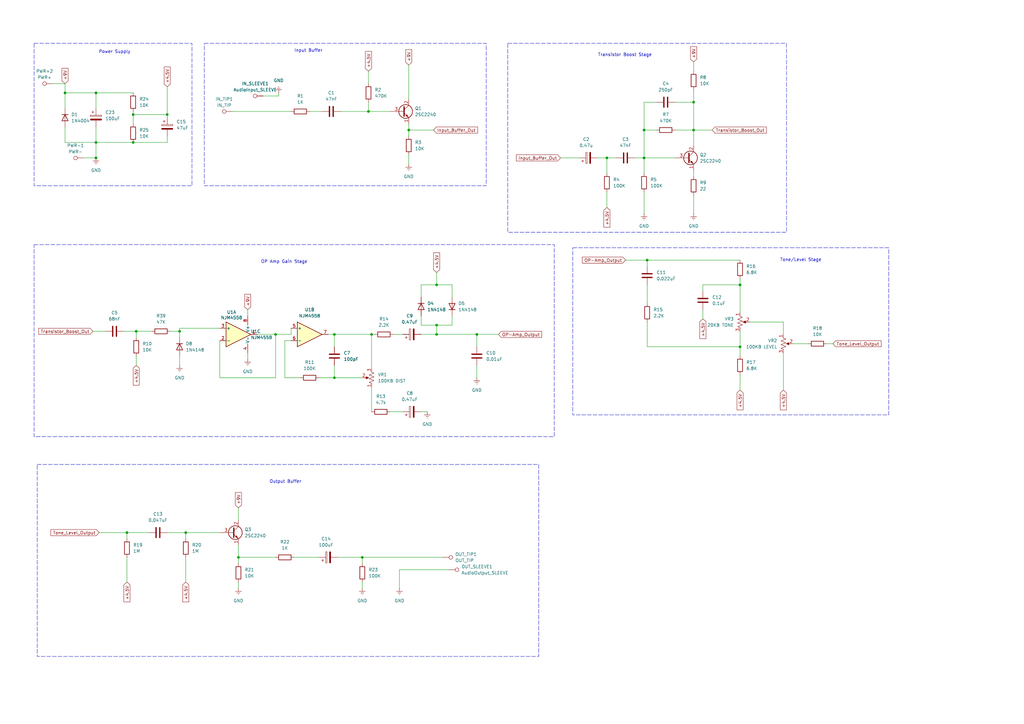
<source format=kicad_sch>
(kicad_sch
	(version 20231120)
	(generator "eeschema")
	(generator_version "8.0")
	(uuid "3d76549e-1aeb-4ca6-a1e6-f549232cb0de")
	(paper "A3")
	(lib_symbols
		(symbol "Amplifier_Operational:NJM4558"
			(pin_names
				(offset 0.127)
			)
			(exclude_from_sim no)
			(in_bom yes)
			(on_board yes)
			(property "Reference" "U"
				(at 0 5.08 0)
				(effects
					(font
						(size 1.27 1.27)
					)
					(justify left)
				)
			)
			(property "Value" "NJM4558"
				(at 0 -5.08 0)
				(effects
					(font
						(size 1.27 1.27)
					)
					(justify left)
				)
			)
			(property "Footprint" ""
				(at 0 0 0)
				(effects
					(font
						(size 1.27 1.27)
					)
					(hide yes)
				)
			)
			(property "Datasheet" "http://www.njr.com/semicon/PDF/NJM4558_NJM4559_E.pdf"
				(at 0 0 0)
				(effects
					(font
						(size 1.27 1.27)
					)
					(hide yes)
				)
			)
			(property "Description" "Dual Operational Amplifier, DIP-8/DMP-8/SIP-8/SOP-8/SSOP-8"
				(at 0 0 0)
				(effects
					(font
						(size 1.27 1.27)
					)
					(hide yes)
				)
			)
			(property "ki_locked" ""
				(at 0 0 0)
				(effects
					(font
						(size 1.27 1.27)
					)
				)
			)
			(property "ki_keywords" "dual opamp"
				(at 0 0 0)
				(effects
					(font
						(size 1.27 1.27)
					)
					(hide yes)
				)
			)
			(property "ki_fp_filters" "SOIC*3.9x4.9mm*P1.27mm* DIP*W7.62mm* TO*99* OnSemi*Micro8* TSSOP*3x3mm*P0.65mm* TSSOP*4.4x3mm*P0.65mm* MSOP*3x3mm*P0.65mm* SSOP*3.9x4.9mm*P0.635mm* LFCSP*2x2mm*P0.5mm* *SIP* SOIC*5.3x6.2mm*P1.27mm*"
				(at 0 0 0)
				(effects
					(font
						(size 1.27 1.27)
					)
					(hide yes)
				)
			)
			(symbol "NJM4558_1_1"
				(polyline
					(pts
						(xy -5.08 5.08) (xy 5.08 0) (xy -5.08 -5.08) (xy -5.08 5.08)
					)
					(stroke
						(width 0.254)
						(type default)
					)
					(fill
						(type background)
					)
				)
				(pin output line
					(at 7.62 0 180)
					(length 2.54)
					(name "~"
						(effects
							(font
								(size 1.27 1.27)
							)
						)
					)
					(number "1"
						(effects
							(font
								(size 1.27 1.27)
							)
						)
					)
				)
				(pin input line
					(at -7.62 -2.54 0)
					(length 2.54)
					(name "-"
						(effects
							(font
								(size 1.27 1.27)
							)
						)
					)
					(number "2"
						(effects
							(font
								(size 1.27 1.27)
							)
						)
					)
				)
				(pin input line
					(at -7.62 2.54 0)
					(length 2.54)
					(name "+"
						(effects
							(font
								(size 1.27 1.27)
							)
						)
					)
					(number "3"
						(effects
							(font
								(size 1.27 1.27)
							)
						)
					)
				)
			)
			(symbol "NJM4558_2_1"
				(polyline
					(pts
						(xy -5.08 5.08) (xy 5.08 0) (xy -5.08 -5.08) (xy -5.08 5.08)
					)
					(stroke
						(width 0.254)
						(type default)
					)
					(fill
						(type background)
					)
				)
				(pin input line
					(at -7.62 2.54 0)
					(length 2.54)
					(name "+"
						(effects
							(font
								(size 1.27 1.27)
							)
						)
					)
					(number "5"
						(effects
							(font
								(size 1.27 1.27)
							)
						)
					)
				)
				(pin input line
					(at -7.62 -2.54 0)
					(length 2.54)
					(name "-"
						(effects
							(font
								(size 1.27 1.27)
							)
						)
					)
					(number "6"
						(effects
							(font
								(size 1.27 1.27)
							)
						)
					)
				)
				(pin output line
					(at 7.62 0 180)
					(length 2.54)
					(name "~"
						(effects
							(font
								(size 1.27 1.27)
							)
						)
					)
					(number "7"
						(effects
							(font
								(size 1.27 1.27)
							)
						)
					)
				)
			)
			(symbol "NJM4558_3_1"
				(pin power_in line
					(at -2.54 -7.62 90)
					(length 3.81)
					(name "V-"
						(effects
							(font
								(size 1.27 1.27)
							)
						)
					)
					(number "4"
						(effects
							(font
								(size 1.27 1.27)
							)
						)
					)
				)
				(pin power_in line
					(at -2.54 7.62 270)
					(length 3.81)
					(name "V+"
						(effects
							(font
								(size 1.27 1.27)
							)
						)
					)
					(number "8"
						(effects
							(font
								(size 1.27 1.27)
							)
						)
					)
				)
			)
		)
		(symbol "Connector:TestPoint"
			(pin_numbers hide)
			(pin_names
				(offset 0.762) hide)
			(exclude_from_sim no)
			(in_bom yes)
			(on_board yes)
			(property "Reference" "TP"
				(at 0 6.858 0)
				(effects
					(font
						(size 1.27 1.27)
					)
				)
			)
			(property "Value" "TestPoint"
				(at 0 5.08 0)
				(effects
					(font
						(size 1.27 1.27)
					)
				)
			)
			(property "Footprint" ""
				(at 5.08 0 0)
				(effects
					(font
						(size 1.27 1.27)
					)
					(hide yes)
				)
			)
			(property "Datasheet" "~"
				(at 5.08 0 0)
				(effects
					(font
						(size 1.27 1.27)
					)
					(hide yes)
				)
			)
			(property "Description" "test point"
				(at 0 0 0)
				(effects
					(font
						(size 1.27 1.27)
					)
					(hide yes)
				)
			)
			(property "ki_keywords" "test point tp"
				(at 0 0 0)
				(effects
					(font
						(size 1.27 1.27)
					)
					(hide yes)
				)
			)
			(property "ki_fp_filters" "Pin* Test*"
				(at 0 0 0)
				(effects
					(font
						(size 1.27 1.27)
					)
					(hide yes)
				)
			)
			(symbol "TestPoint_0_1"
				(circle
					(center 0 3.302)
					(radius 0.762)
					(stroke
						(width 0)
						(type default)
					)
					(fill
						(type none)
					)
				)
			)
			(symbol "TestPoint_1_1"
				(pin passive line
					(at 0 0 90)
					(length 2.54)
					(name "1"
						(effects
							(font
								(size 1.27 1.27)
							)
						)
					)
					(number "1"
						(effects
							(font
								(size 1.27 1.27)
							)
						)
					)
				)
			)
		)
		(symbol "Device:C"
			(pin_numbers hide)
			(pin_names
				(offset 0.254)
			)
			(exclude_from_sim no)
			(in_bom yes)
			(on_board yes)
			(property "Reference" "C"
				(at 0.635 2.54 0)
				(effects
					(font
						(size 1.27 1.27)
					)
					(justify left)
				)
			)
			(property "Value" "C"
				(at 0.635 -2.54 0)
				(effects
					(font
						(size 1.27 1.27)
					)
					(justify left)
				)
			)
			(property "Footprint" ""
				(at 0.9652 -3.81 0)
				(effects
					(font
						(size 1.27 1.27)
					)
					(hide yes)
				)
			)
			(property "Datasheet" "~"
				(at 0 0 0)
				(effects
					(font
						(size 1.27 1.27)
					)
					(hide yes)
				)
			)
			(property "Description" "Unpolarized capacitor"
				(at 0 0 0)
				(effects
					(font
						(size 1.27 1.27)
					)
					(hide yes)
				)
			)
			(property "ki_keywords" "cap capacitor"
				(at 0 0 0)
				(effects
					(font
						(size 1.27 1.27)
					)
					(hide yes)
				)
			)
			(property "ki_fp_filters" "C_*"
				(at 0 0 0)
				(effects
					(font
						(size 1.27 1.27)
					)
					(hide yes)
				)
			)
			(symbol "C_0_1"
				(polyline
					(pts
						(xy -2.032 -0.762) (xy 2.032 -0.762)
					)
					(stroke
						(width 0.508)
						(type default)
					)
					(fill
						(type none)
					)
				)
				(polyline
					(pts
						(xy -2.032 0.762) (xy 2.032 0.762)
					)
					(stroke
						(width 0.508)
						(type default)
					)
					(fill
						(type none)
					)
				)
			)
			(symbol "C_1_1"
				(pin passive line
					(at 0 3.81 270)
					(length 2.794)
					(name "~"
						(effects
							(font
								(size 1.27 1.27)
							)
						)
					)
					(number "1"
						(effects
							(font
								(size 1.27 1.27)
							)
						)
					)
				)
				(pin passive line
					(at 0 -3.81 90)
					(length 2.794)
					(name "~"
						(effects
							(font
								(size 1.27 1.27)
							)
						)
					)
					(number "2"
						(effects
							(font
								(size 1.27 1.27)
							)
						)
					)
				)
			)
		)
		(symbol "Device:C_Polarized"
			(pin_numbers hide)
			(pin_names
				(offset 0.254)
			)
			(exclude_from_sim no)
			(in_bom yes)
			(on_board yes)
			(property "Reference" "C"
				(at 0.635 2.54 0)
				(effects
					(font
						(size 1.27 1.27)
					)
					(justify left)
				)
			)
			(property "Value" "C_Polarized"
				(at 0.635 -2.54 0)
				(effects
					(font
						(size 1.27 1.27)
					)
					(justify left)
				)
			)
			(property "Footprint" ""
				(at 0.9652 -3.81 0)
				(effects
					(font
						(size 1.27 1.27)
					)
					(hide yes)
				)
			)
			(property "Datasheet" "~"
				(at 0 0 0)
				(effects
					(font
						(size 1.27 1.27)
					)
					(hide yes)
				)
			)
			(property "Description" "Polarized capacitor"
				(at 0 0 0)
				(effects
					(font
						(size 1.27 1.27)
					)
					(hide yes)
				)
			)
			(property "ki_keywords" "cap capacitor"
				(at 0 0 0)
				(effects
					(font
						(size 1.27 1.27)
					)
					(hide yes)
				)
			)
			(property "ki_fp_filters" "CP_*"
				(at 0 0 0)
				(effects
					(font
						(size 1.27 1.27)
					)
					(hide yes)
				)
			)
			(symbol "C_Polarized_0_1"
				(rectangle
					(start -2.286 0.508)
					(end 2.286 1.016)
					(stroke
						(width 0)
						(type default)
					)
					(fill
						(type none)
					)
				)
				(polyline
					(pts
						(xy -1.778 2.286) (xy -0.762 2.286)
					)
					(stroke
						(width 0)
						(type default)
					)
					(fill
						(type none)
					)
				)
				(polyline
					(pts
						(xy -1.27 2.794) (xy -1.27 1.778)
					)
					(stroke
						(width 0)
						(type default)
					)
					(fill
						(type none)
					)
				)
				(rectangle
					(start 2.286 -0.508)
					(end -2.286 -1.016)
					(stroke
						(width 0)
						(type default)
					)
					(fill
						(type outline)
					)
				)
			)
			(symbol "C_Polarized_1_1"
				(pin passive line
					(at 0 3.81 270)
					(length 2.794)
					(name "~"
						(effects
							(font
								(size 1.27 1.27)
							)
						)
					)
					(number "1"
						(effects
							(font
								(size 1.27 1.27)
							)
						)
					)
				)
				(pin passive line
					(at 0 -3.81 90)
					(length 2.794)
					(name "~"
						(effects
							(font
								(size 1.27 1.27)
							)
						)
					)
					(number "2"
						(effects
							(font
								(size 1.27 1.27)
							)
						)
					)
				)
			)
		)
		(symbol "Device:D"
			(pin_numbers hide)
			(pin_names
				(offset 1.016) hide)
			(exclude_from_sim no)
			(in_bom yes)
			(on_board yes)
			(property "Reference" "D"
				(at 0 2.54 0)
				(effects
					(font
						(size 1.27 1.27)
					)
				)
			)
			(property "Value" "D"
				(at 0 -2.54 0)
				(effects
					(font
						(size 1.27 1.27)
					)
				)
			)
			(property "Footprint" ""
				(at 0 0 0)
				(effects
					(font
						(size 1.27 1.27)
					)
					(hide yes)
				)
			)
			(property "Datasheet" "~"
				(at 0 0 0)
				(effects
					(font
						(size 1.27 1.27)
					)
					(hide yes)
				)
			)
			(property "Description" "Diode"
				(at 0 0 0)
				(effects
					(font
						(size 1.27 1.27)
					)
					(hide yes)
				)
			)
			(property "Sim.Device" "D"
				(at 0 0 0)
				(effects
					(font
						(size 1.27 1.27)
					)
					(hide yes)
				)
			)
			(property "Sim.Pins" "1=K 2=A"
				(at 0 0 0)
				(effects
					(font
						(size 1.27 1.27)
					)
					(hide yes)
				)
			)
			(property "ki_keywords" "diode"
				(at 0 0 0)
				(effects
					(font
						(size 1.27 1.27)
					)
					(hide yes)
				)
			)
			(property "ki_fp_filters" "TO-???* *_Diode_* *SingleDiode* D_*"
				(at 0 0 0)
				(effects
					(font
						(size 1.27 1.27)
					)
					(hide yes)
				)
			)
			(symbol "D_0_1"
				(polyline
					(pts
						(xy -1.27 1.27) (xy -1.27 -1.27)
					)
					(stroke
						(width 0.254)
						(type default)
					)
					(fill
						(type none)
					)
				)
				(polyline
					(pts
						(xy 1.27 0) (xy -1.27 0)
					)
					(stroke
						(width 0)
						(type default)
					)
					(fill
						(type none)
					)
				)
				(polyline
					(pts
						(xy 1.27 1.27) (xy 1.27 -1.27) (xy -1.27 0) (xy 1.27 1.27)
					)
					(stroke
						(width 0.254)
						(type default)
					)
					(fill
						(type none)
					)
				)
			)
			(symbol "D_1_1"
				(pin passive line
					(at -3.81 0 0)
					(length 2.54)
					(name "K"
						(effects
							(font
								(size 1.27 1.27)
							)
						)
					)
					(number "1"
						(effects
							(font
								(size 1.27 1.27)
							)
						)
					)
				)
				(pin passive line
					(at 3.81 0 180)
					(length 2.54)
					(name "A"
						(effects
							(font
								(size 1.27 1.27)
							)
						)
					)
					(number "2"
						(effects
							(font
								(size 1.27 1.27)
							)
						)
					)
				)
			)
		)
		(symbol "Device:R"
			(pin_numbers hide)
			(pin_names
				(offset 0)
			)
			(exclude_from_sim no)
			(in_bom yes)
			(on_board yes)
			(property "Reference" "R"
				(at 2.032 0 90)
				(effects
					(font
						(size 1.27 1.27)
					)
				)
			)
			(property "Value" "R"
				(at 0 0 90)
				(effects
					(font
						(size 1.27 1.27)
					)
				)
			)
			(property "Footprint" ""
				(at -1.778 0 90)
				(effects
					(font
						(size 1.27 1.27)
					)
					(hide yes)
				)
			)
			(property "Datasheet" "~"
				(at 0 0 0)
				(effects
					(font
						(size 1.27 1.27)
					)
					(hide yes)
				)
			)
			(property "Description" "Resistor"
				(at 0 0 0)
				(effects
					(font
						(size 1.27 1.27)
					)
					(hide yes)
				)
			)
			(property "ki_keywords" "R res resistor"
				(at 0 0 0)
				(effects
					(font
						(size 1.27 1.27)
					)
					(hide yes)
				)
			)
			(property "ki_fp_filters" "R_*"
				(at 0 0 0)
				(effects
					(font
						(size 1.27 1.27)
					)
					(hide yes)
				)
			)
			(symbol "R_0_1"
				(rectangle
					(start -1.016 -2.54)
					(end 1.016 2.54)
					(stroke
						(width 0.254)
						(type default)
					)
					(fill
						(type none)
					)
				)
			)
			(symbol "R_1_1"
				(pin passive line
					(at 0 3.81 270)
					(length 1.27)
					(name "~"
						(effects
							(font
								(size 1.27 1.27)
							)
						)
					)
					(number "1"
						(effects
							(font
								(size 1.27 1.27)
							)
						)
					)
				)
				(pin passive line
					(at 0 -3.81 90)
					(length 1.27)
					(name "~"
						(effects
							(font
								(size 1.27 1.27)
							)
						)
					)
					(number "2"
						(effects
							(font
								(size 1.27 1.27)
							)
						)
					)
				)
			)
		)
		(symbol "Device:R_Potentiometer_US"
			(pin_names
				(offset 1.016) hide)
			(exclude_from_sim no)
			(in_bom yes)
			(on_board yes)
			(property "Reference" "RV"
				(at -4.445 0 90)
				(effects
					(font
						(size 1.27 1.27)
					)
				)
			)
			(property "Value" "R_Potentiometer_US"
				(at -2.54 0 90)
				(effects
					(font
						(size 1.27 1.27)
					)
				)
			)
			(property "Footprint" ""
				(at 0 0 0)
				(effects
					(font
						(size 1.27 1.27)
					)
					(hide yes)
				)
			)
			(property "Datasheet" "~"
				(at 0 0 0)
				(effects
					(font
						(size 1.27 1.27)
					)
					(hide yes)
				)
			)
			(property "Description" "Potentiometer, US symbol"
				(at 0 0 0)
				(effects
					(font
						(size 1.27 1.27)
					)
					(hide yes)
				)
			)
			(property "ki_keywords" "resistor variable"
				(at 0 0 0)
				(effects
					(font
						(size 1.27 1.27)
					)
					(hide yes)
				)
			)
			(property "ki_fp_filters" "Potentiometer*"
				(at 0 0 0)
				(effects
					(font
						(size 1.27 1.27)
					)
					(hide yes)
				)
			)
			(symbol "R_Potentiometer_US_0_1"
				(polyline
					(pts
						(xy 0 -2.286) (xy 0 -2.54)
					)
					(stroke
						(width 0)
						(type default)
					)
					(fill
						(type none)
					)
				)
				(polyline
					(pts
						(xy 0 2.54) (xy 0 2.286)
					)
					(stroke
						(width 0)
						(type default)
					)
					(fill
						(type none)
					)
				)
				(polyline
					(pts
						(xy 2.54 0) (xy 1.524 0)
					)
					(stroke
						(width 0)
						(type default)
					)
					(fill
						(type none)
					)
				)
				(polyline
					(pts
						(xy 1.143 0) (xy 2.286 0.508) (xy 2.286 -0.508) (xy 1.143 0)
					)
					(stroke
						(width 0)
						(type default)
					)
					(fill
						(type outline)
					)
				)
				(polyline
					(pts
						(xy 0 -0.762) (xy 1.016 -1.143) (xy 0 -1.524) (xy -1.016 -1.905) (xy 0 -2.286)
					)
					(stroke
						(width 0)
						(type default)
					)
					(fill
						(type none)
					)
				)
				(polyline
					(pts
						(xy 0 0.762) (xy 1.016 0.381) (xy 0 0) (xy -1.016 -0.381) (xy 0 -0.762)
					)
					(stroke
						(width 0)
						(type default)
					)
					(fill
						(type none)
					)
				)
				(polyline
					(pts
						(xy 0 2.286) (xy 1.016 1.905) (xy 0 1.524) (xy -1.016 1.143) (xy 0 0.762)
					)
					(stroke
						(width 0)
						(type default)
					)
					(fill
						(type none)
					)
				)
			)
			(symbol "R_Potentiometer_US_1_1"
				(pin passive line
					(at 0 3.81 270)
					(length 1.27)
					(name "1"
						(effects
							(font
								(size 1.27 1.27)
							)
						)
					)
					(number "1"
						(effects
							(font
								(size 1.27 1.27)
							)
						)
					)
				)
				(pin passive line
					(at 3.81 0 180)
					(length 1.27)
					(name "2"
						(effects
							(font
								(size 1.27 1.27)
							)
						)
					)
					(number "2"
						(effects
							(font
								(size 1.27 1.27)
							)
						)
					)
				)
				(pin passive line
					(at 0 -3.81 90)
					(length 1.27)
					(name "3"
						(effects
							(font
								(size 1.27 1.27)
							)
						)
					)
					(number "3"
						(effects
							(font
								(size 1.27 1.27)
							)
						)
					)
				)
			)
		)
		(symbol "Transistor_BJT:2SC1815"
			(pin_names
				(offset 0) hide)
			(exclude_from_sim no)
			(in_bom yes)
			(on_board yes)
			(property "Reference" "Q"
				(at 5.08 1.905 0)
				(effects
					(font
						(size 1.27 1.27)
					)
					(justify left)
				)
			)
			(property "Value" "2SC1815"
				(at 5.08 0 0)
				(effects
					(font
						(size 1.27 1.27)
					)
					(justify left)
				)
			)
			(property "Footprint" "Package_TO_SOT_THT:TO-92_Inline"
				(at 5.08 -1.905 0)
				(effects
					(font
						(size 1.27 1.27)
						(italic yes)
					)
					(justify left)
					(hide yes)
				)
			)
			(property "Datasheet" "https://media.digikey.com/pdf/Data%20Sheets/Toshiba%20PDFs/2SC1815.pdf"
				(at 0 0 0)
				(effects
					(font
						(size 1.27 1.27)
					)
					(justify left)
					(hide yes)
				)
			)
			(property "Description" "0.15A Ic, 50V Vce, Low Noise Audio NPN Transistor, TO-92"
				(at 0 0 0)
				(effects
					(font
						(size 1.27 1.27)
					)
					(hide yes)
				)
			)
			(property "ki_keywords" "Low Noise Audio NPN Transistor"
				(at 0 0 0)
				(effects
					(font
						(size 1.27 1.27)
					)
					(hide yes)
				)
			)
			(property "ki_fp_filters" "TO?92*"
				(at 0 0 0)
				(effects
					(font
						(size 1.27 1.27)
					)
					(hide yes)
				)
			)
			(symbol "2SC1815_0_1"
				(polyline
					(pts
						(xy 0 0) (xy 0.508 0)
					)
					(stroke
						(width 0)
						(type default)
					)
					(fill
						(type none)
					)
				)
				(polyline
					(pts
						(xy 0.635 0.635) (xy 2.54 2.54)
					)
					(stroke
						(width 0)
						(type default)
					)
					(fill
						(type none)
					)
				)
				(polyline
					(pts
						(xy 0.635 -0.635) (xy 2.54 -2.54) (xy 2.54 -2.54)
					)
					(stroke
						(width 0)
						(type default)
					)
					(fill
						(type none)
					)
				)
				(polyline
					(pts
						(xy 0.635 1.905) (xy 0.635 -1.905) (xy 0.635 -1.905)
					)
					(stroke
						(width 0.508)
						(type default)
					)
					(fill
						(type none)
					)
				)
				(polyline
					(pts
						(xy 1.27 -1.778) (xy 1.778 -1.27) (xy 2.286 -2.286) (xy 1.27 -1.778) (xy 1.27 -1.778)
					)
					(stroke
						(width 0)
						(type default)
					)
					(fill
						(type outline)
					)
				)
				(circle
					(center 1.27 0)
					(radius 2.8194)
					(stroke
						(width 0.254)
						(type default)
					)
					(fill
						(type none)
					)
				)
			)
			(symbol "2SC1815_1_1"
				(pin passive line
					(at 2.54 -5.08 90)
					(length 2.54)
					(name "E"
						(effects
							(font
								(size 1.27 1.27)
							)
						)
					)
					(number "1"
						(effects
							(font
								(size 1.27 1.27)
							)
						)
					)
				)
				(pin passive line
					(at 2.54 5.08 270)
					(length 2.54)
					(name "C"
						(effects
							(font
								(size 1.27 1.27)
							)
						)
					)
					(number "2"
						(effects
							(font
								(size 1.27 1.27)
							)
						)
					)
				)
				(pin input line
					(at -5.08 0 0)
					(length 5.08)
					(name "B"
						(effects
							(font
								(size 1.27 1.27)
							)
						)
					)
					(number "3"
						(effects
							(font
								(size 1.27 1.27)
							)
						)
					)
				)
			)
		)
		(symbol "power:Earth"
			(power)
			(pin_numbers hide)
			(pin_names
				(offset 0) hide)
			(exclude_from_sim no)
			(in_bom yes)
			(on_board yes)
			(property "Reference" "#PWR"
				(at 0 -6.35 0)
				(effects
					(font
						(size 1.27 1.27)
					)
					(hide yes)
				)
			)
			(property "Value" "Earth"
				(at 0 -3.81 0)
				(effects
					(font
						(size 1.27 1.27)
					)
				)
			)
			(property "Footprint" ""
				(at 0 0 0)
				(effects
					(font
						(size 1.27 1.27)
					)
					(hide yes)
				)
			)
			(property "Datasheet" "~"
				(at 0 0 0)
				(effects
					(font
						(size 1.27 1.27)
					)
					(hide yes)
				)
			)
			(property "Description" "Power symbol creates a global label with name \"Earth\""
				(at 0 0 0)
				(effects
					(font
						(size 1.27 1.27)
					)
					(hide yes)
				)
			)
			(property "ki_keywords" "global ground gnd"
				(at 0 0 0)
				(effects
					(font
						(size 1.27 1.27)
					)
					(hide yes)
				)
			)
			(symbol "Earth_0_1"
				(polyline
					(pts
						(xy -0.635 -1.905) (xy 0.635 -1.905)
					)
					(stroke
						(width 0)
						(type default)
					)
					(fill
						(type none)
					)
				)
				(polyline
					(pts
						(xy -0.127 -2.54) (xy 0.127 -2.54)
					)
					(stroke
						(width 0)
						(type default)
					)
					(fill
						(type none)
					)
				)
				(polyline
					(pts
						(xy 0 -1.27) (xy 0 0)
					)
					(stroke
						(width 0)
						(type default)
					)
					(fill
						(type none)
					)
				)
				(polyline
					(pts
						(xy 1.27 -1.27) (xy -1.27 -1.27)
					)
					(stroke
						(width 0)
						(type default)
					)
					(fill
						(type none)
					)
				)
			)
			(symbol "Earth_1_1"
				(pin power_in line
					(at 0 0 270)
					(length 0)
					(name "~"
						(effects
							(font
								(size 1.27 1.27)
							)
						)
					)
					(number "1"
						(effects
							(font
								(size 1.27 1.27)
							)
						)
					)
				)
			)
		)
	)
	(junction
		(at 248.92 64.77)
		(diameter 0)
		(color 0 0 0 0)
		(uuid "02c016fe-cae5-46ae-9ff2-d6b2213cafe3")
	)
	(junction
		(at 26.67 38.1)
		(diameter 0)
		(color 0 0 0 0)
		(uuid "072fe4fe-5cfa-4a59-82fa-85ffddfa7c5b")
	)
	(junction
		(at 284.48 53.34)
		(diameter 0)
		(color 0 0 0 0)
		(uuid "0a616179-5d2e-422d-b155-e327aa8c01f0")
	)
	(junction
		(at 152.4 137.16)
		(diameter 0)
		(color 0 0 0 0)
		(uuid "0ed0bf8c-9cef-47ee-8c74-6c7e158a32bd")
	)
	(junction
		(at 151.13 45.72)
		(diameter 0)
		(color 0 0 0 0)
		(uuid "1680ede0-4466-45f1-b415-17ad91daa043")
	)
	(junction
		(at 52.07 218.44)
		(diameter 0)
		(color 0 0 0 0)
		(uuid "2268e419-6232-44e4-9040-423eea2faac5")
	)
	(junction
		(at 179.07 116.84)
		(diameter 0)
		(color 0 0 0 0)
		(uuid "22706964-26d0-46ae-bf9c-727c15cd7c3a")
	)
	(junction
		(at 167.64 53.34)
		(diameter 0)
		(color 0 0 0 0)
		(uuid "2452563b-171b-482f-ab49-c6412db8620c")
	)
	(junction
		(at 137.16 137.16)
		(diameter 0)
		(color 0 0 0 0)
		(uuid "24c903a2-3e90-4daf-bd2c-97bfbfe6b51d")
	)
	(junction
		(at 303.53 116.84)
		(diameter 0)
		(color 0 0 0 0)
		(uuid "304dd8c8-1675-44b9-aebc-6b20cc6f6990")
	)
	(junction
		(at 76.2 218.44)
		(diameter 0)
		(color 0 0 0 0)
		(uuid "32d2836e-33e3-4c25-9bbb-0c1f459e4673")
	)
	(junction
		(at 54.61 46.99)
		(diameter 0)
		(color 0 0 0 0)
		(uuid "354c4120-acec-473c-b595-4a25df427823")
	)
	(junction
		(at 73.66 135.89)
		(diameter 0)
		(color 0 0 0 0)
		(uuid "39067d7f-1509-47c6-847e-b4bb9aaafefb")
	)
	(junction
		(at 55.88 135.89)
		(diameter 0)
		(color 0 0 0 0)
		(uuid "3c3ad4f6-dfd5-4524-a921-4d006c8eeacc")
	)
	(junction
		(at 264.16 64.77)
		(diameter 0)
		(color 0 0 0 0)
		(uuid "3e0455f1-7ef8-4095-9ba1-a1296a9c215e")
	)
	(junction
		(at 148.59 228.6)
		(diameter 0)
		(color 0 0 0 0)
		(uuid "4a1b2917-c3c1-4f13-9fbc-eb7d55f663e8")
	)
	(junction
		(at 113.03 137.16)
		(diameter 0)
		(color 0 0 0 0)
		(uuid "53fdb194-9b71-4f6b-a0ec-fc1845da42dd")
	)
	(junction
		(at 265.43 106.68)
		(diameter 0)
		(color 0 0 0 0)
		(uuid "5eef8000-eab6-4914-876b-e7d79daa5661")
	)
	(junction
		(at 179.07 133.35)
		(diameter 0)
		(color 0 0 0 0)
		(uuid "6282bded-bdbb-498a-8743-46ce83f87661")
	)
	(junction
		(at 54.61 58.42)
		(diameter 0)
		(color 0 0 0 0)
		(uuid "83841683-6267-4b16-ae8c-dab630b86756")
	)
	(junction
		(at 97.79 228.6)
		(diameter 0)
		(color 0 0 0 0)
		(uuid "90742d9c-1824-478c-a633-7b5d9e3b4530")
	)
	(junction
		(at 68.58 46.99)
		(diameter 0)
		(color 0 0 0 0)
		(uuid "93a031f8-d0ab-4c3c-bea7-057fbc6e42ac")
	)
	(junction
		(at 39.37 64.77)
		(diameter 0)
		(color 0 0 0 0)
		(uuid "a6cd7ddf-cb94-464b-b024-78b870d63aec")
	)
	(junction
		(at 264.16 53.34)
		(diameter 0)
		(color 0 0 0 0)
		(uuid "a9c2abb1-8d24-4e35-bb5b-cb4b3357ad0e")
	)
	(junction
		(at 137.16 154.94)
		(diameter 0)
		(color 0 0 0 0)
		(uuid "ac308578-db4d-45f2-b6a9-e3ac14400775")
	)
	(junction
		(at 284.48 41.91)
		(diameter 0)
		(color 0 0 0 0)
		(uuid "ad4f1828-da9c-4673-a92c-ae44ef3452cf")
	)
	(junction
		(at 195.58 137.16)
		(diameter 0)
		(color 0 0 0 0)
		(uuid "af3f58d2-7dc9-43ac-a111-0a2b38c5d570")
	)
	(junction
		(at 303.53 142.24)
		(diameter 0)
		(color 0 0 0 0)
		(uuid "b2e118bb-6c8f-4cfa-bf18-a9e95102a662")
	)
	(junction
		(at 179.07 137.16)
		(diameter 0)
		(color 0 0 0 0)
		(uuid "bc5e9afb-11a6-4144-889d-4ff00719d690")
	)
	(junction
		(at 39.37 38.1)
		(diameter 0)
		(color 0 0 0 0)
		(uuid "c567fd09-2446-4aef-9e96-d58bd24bf129")
	)
	(junction
		(at 39.37 58.42)
		(diameter 0)
		(color 0 0 0 0)
		(uuid "cc61688a-5706-49ef-8635-6a255451aa01")
	)
	(wire
		(pts
			(xy 167.64 26.67) (xy 167.64 40.64)
		)
		(stroke
			(width 0)
			(type default)
		)
		(uuid "009813d8-166b-49f8-a4c7-51d64dcfb350")
	)
	(wire
		(pts
			(xy 264.16 64.77) (xy 264.16 71.12)
		)
		(stroke
			(width 0)
			(type default)
		)
		(uuid "01189bd5-389d-4a30-ac86-41c0ea8e68c9")
	)
	(wire
		(pts
			(xy 54.61 45.72) (xy 54.61 46.99)
		)
		(stroke
			(width 0)
			(type default)
		)
		(uuid "074b8098-ecf8-4fd7-be7b-12829fb12c84")
	)
	(wire
		(pts
			(xy 119.38 137.16) (xy 119.38 134.62)
		)
		(stroke
			(width 0)
			(type default)
		)
		(uuid "09d7c109-b5a3-49f0-809f-a1c1fa6b799d")
	)
	(wire
		(pts
			(xy 116.84 139.7) (xy 116.84 154.94)
		)
		(stroke
			(width 0)
			(type default)
		)
		(uuid "0ab970ab-fabb-4138-a42a-6631df22b59c")
	)
	(wire
		(pts
			(xy 139.7 45.72) (xy 151.13 45.72)
		)
		(stroke
			(width 0)
			(type default)
		)
		(uuid "0e49a24d-0eef-4a19-ad45-27d40a53fbae")
	)
	(wire
		(pts
			(xy 76.2 218.44) (xy 76.2 220.98)
		)
		(stroke
			(width 0)
			(type default)
		)
		(uuid "0f26ff80-d63b-4d3e-a745-a37f35b37760")
	)
	(wire
		(pts
			(xy 256.54 106.68) (xy 265.43 106.68)
		)
		(stroke
			(width 0)
			(type default)
		)
		(uuid "10036578-d587-4bf0-bbb7-9f08b52fe38b")
	)
	(wire
		(pts
			(xy 284.48 36.83) (xy 284.48 41.91)
		)
		(stroke
			(width 0)
			(type default)
		)
		(uuid "10b2b833-1e04-4bc6-8ff1-b2b694747d38")
	)
	(wire
		(pts
			(xy 288.29 127) (xy 288.29 130.81)
		)
		(stroke
			(width 0)
			(type default)
		)
		(uuid "10bc114d-339c-4fb5-b759-1a674ef819d0")
	)
	(wire
		(pts
			(xy 265.43 116.84) (xy 265.43 124.46)
		)
		(stroke
			(width 0)
			(type default)
		)
		(uuid "12059a54-59cd-4424-b3d0-b7038a522e47")
	)
	(wire
		(pts
			(xy 55.88 135.89) (xy 62.23 135.89)
		)
		(stroke
			(width 0)
			(type default)
		)
		(uuid "15c7c3ae-d6e1-471d-9b9d-01271becee89")
	)
	(wire
		(pts
			(xy 119.38 139.7) (xy 116.84 139.7)
		)
		(stroke
			(width 0)
			(type default)
		)
		(uuid "15f557b2-3f70-43da-b618-0ca3db0deb32")
	)
	(wire
		(pts
			(xy 167.64 53.34) (xy 177.8 53.34)
		)
		(stroke
			(width 0)
			(type default)
		)
		(uuid "163e69d2-7e73-45d9-bb90-a5df0bc75ea6")
	)
	(wire
		(pts
			(xy 101.6 127) (xy 101.6 129.54)
		)
		(stroke
			(width 0)
			(type default)
		)
		(uuid "1a1403bc-9975-40ac-ba0b-6522ce41e144")
	)
	(wire
		(pts
			(xy 52.07 218.44) (xy 52.07 220.98)
		)
		(stroke
			(width 0)
			(type default)
		)
		(uuid "1b2006fe-7215-4aa4-8105-bacb137a6e07")
	)
	(wire
		(pts
			(xy 55.88 135.89) (xy 55.88 138.43)
		)
		(stroke
			(width 0)
			(type default)
		)
		(uuid "1b75c19e-2b85-43e2-b962-5aac36dccdb0")
	)
	(wire
		(pts
			(xy 52.07 218.44) (xy 60.96 218.44)
		)
		(stroke
			(width 0)
			(type default)
		)
		(uuid "1d987797-b9f0-42a5-b09e-fe705ef59a7c")
	)
	(wire
		(pts
			(xy 179.07 116.84) (xy 185.42 116.84)
		)
		(stroke
			(width 0)
			(type default)
		)
		(uuid "1e03e374-26fc-4f55-a5eb-c7b585918e17")
	)
	(wire
		(pts
			(xy 151.13 29.21) (xy 151.13 34.29)
		)
		(stroke
			(width 0)
			(type default)
		)
		(uuid "20ad59d5-ba06-44fa-ba8c-ab79e93bdd72")
	)
	(wire
		(pts
			(xy 137.16 154.94) (xy 148.59 154.94)
		)
		(stroke
			(width 0)
			(type default)
		)
		(uuid "240fde15-8deb-43ed-9395-68b62712f708")
	)
	(wire
		(pts
			(xy 229.87 64.77) (xy 237.49 64.77)
		)
		(stroke
			(width 0)
			(type default)
		)
		(uuid "25558b7b-1fd1-4df5-8392-a432d8c79715")
	)
	(wire
		(pts
			(xy 26.67 34.29) (xy 26.67 38.1)
		)
		(stroke
			(width 0)
			(type default)
		)
		(uuid "25632a81-85c3-4484-adda-c934ba2c29cf")
	)
	(wire
		(pts
			(xy 260.35 64.77) (xy 264.16 64.77)
		)
		(stroke
			(width 0)
			(type default)
		)
		(uuid "25681017-e341-4527-bef8-0e9f02f325f5")
	)
	(wire
		(pts
			(xy 40.64 218.44) (xy 52.07 218.44)
		)
		(stroke
			(width 0)
			(type default)
		)
		(uuid "264416a6-f0f8-4904-8050-122599cf4a1c")
	)
	(wire
		(pts
			(xy 264.16 78.74) (xy 264.16 87.63)
		)
		(stroke
			(width 0)
			(type default)
		)
		(uuid "287d585e-024c-478d-942a-ffb07b71f69b")
	)
	(wire
		(pts
			(xy 90.17 139.7) (xy 90.17 154.94)
		)
		(stroke
			(width 0)
			(type default)
		)
		(uuid "2e4e8a61-34c9-4080-8c51-bbdef4a6c3b4")
	)
	(wire
		(pts
			(xy 288.29 116.84) (xy 303.53 116.84)
		)
		(stroke
			(width 0)
			(type default)
		)
		(uuid "2e80e530-295d-4227-903f-49d08ad38de6")
	)
	(wire
		(pts
			(xy 105.41 137.16) (xy 113.03 137.16)
		)
		(stroke
			(width 0)
			(type default)
		)
		(uuid "2ed9a048-b50c-4d57-9af8-c18aa24983a6")
	)
	(wire
		(pts
			(xy 148.59 228.6) (xy 148.59 231.14)
		)
		(stroke
			(width 0)
			(type default)
		)
		(uuid "30702a57-5f5c-424f-b1a5-f43a5d557538")
	)
	(wire
		(pts
			(xy 288.29 119.38) (xy 288.29 116.84)
		)
		(stroke
			(width 0)
			(type default)
		)
		(uuid "32cd5af7-f0d7-451f-9900-93a9dc78f8a6")
	)
	(wire
		(pts
			(xy 50.8 135.89) (xy 55.88 135.89)
		)
		(stroke
			(width 0)
			(type default)
		)
		(uuid "380ea156-8532-4b5e-b639-800fe418512a")
	)
	(wire
		(pts
			(xy 265.43 106.68) (xy 265.43 109.22)
		)
		(stroke
			(width 0)
			(type default)
		)
		(uuid "395f0c11-6e75-42b5-b21a-9214aec43898")
	)
	(wire
		(pts
			(xy 269.24 53.34) (xy 264.16 53.34)
		)
		(stroke
			(width 0)
			(type default)
		)
		(uuid "3bcb7edf-745f-4ac9-9181-7121623b0d11")
	)
	(wire
		(pts
			(xy 248.92 78.74) (xy 248.92 85.09)
		)
		(stroke
			(width 0)
			(type default)
		)
		(uuid "3f1bbcac-ff1a-4894-9a08-d7c07be62859")
	)
	(wire
		(pts
			(xy 284.48 41.91) (xy 284.48 53.34)
		)
		(stroke
			(width 0)
			(type default)
		)
		(uuid "404e0870-1bcc-4a86-a023-f338ebee13d0")
	)
	(wire
		(pts
			(xy 276.86 53.34) (xy 284.48 53.34)
		)
		(stroke
			(width 0)
			(type default)
		)
		(uuid "422e9494-9dc8-4a0b-b97b-634a74408e01")
	)
	(wire
		(pts
			(xy 339.09 140.97) (xy 341.63 140.97)
		)
		(stroke
			(width 0)
			(type default)
		)
		(uuid "434b42dc-8568-4d06-8356-58b16dde7ad9")
	)
	(wire
		(pts
			(xy 303.53 116.84) (xy 303.53 128.27)
		)
		(stroke
			(width 0)
			(type default)
		)
		(uuid "439ee749-ee7f-4cc2-ba31-6a2ca68862d0")
	)
	(wire
		(pts
			(xy 160.02 168.91) (xy 165.1 168.91)
		)
		(stroke
			(width 0)
			(type default)
		)
		(uuid "44c9210b-b41a-46fe-8a59-c07716173fed")
	)
	(wire
		(pts
			(xy 179.07 133.35) (xy 179.07 137.16)
		)
		(stroke
			(width 0)
			(type default)
		)
		(uuid "44e02b3c-cd03-41a1-b933-df68c4c108c9")
	)
	(wire
		(pts
			(xy 26.67 34.29) (xy 21.59 34.29)
		)
		(stroke
			(width 0)
			(type default)
		)
		(uuid "45e8400f-6c37-4f71-b05a-8679cf0b8ac0")
	)
	(wire
		(pts
			(xy 137.16 137.16) (xy 137.16 142.24)
		)
		(stroke
			(width 0)
			(type default)
		)
		(uuid "48cd822b-5385-4333-a653-4e86d1a665c2")
	)
	(wire
		(pts
			(xy 284.48 25.4) (xy 284.48 29.21)
		)
		(stroke
			(width 0)
			(type default)
		)
		(uuid "4a6946eb-f841-43ca-9a04-784dc1456733")
	)
	(wire
		(pts
			(xy 73.66 146.05) (xy 73.66 149.86)
		)
		(stroke
			(width 0)
			(type default)
		)
		(uuid "4dc930ad-c00c-4378-9b89-169a5e8e996b")
	)
	(wire
		(pts
			(xy 151.13 45.72) (xy 160.02 45.72)
		)
		(stroke
			(width 0)
			(type default)
		)
		(uuid "51984674-f5d4-4c2b-b3c8-3629a2b9a2d9")
	)
	(wire
		(pts
			(xy 69.85 135.89) (xy 73.66 135.89)
		)
		(stroke
			(width 0)
			(type default)
		)
		(uuid "5222d6bb-66b2-4da8-903a-b9d3aa16ca7e")
	)
	(wire
		(pts
			(xy 167.64 53.34) (xy 167.64 55.88)
		)
		(stroke
			(width 0)
			(type default)
		)
		(uuid "5443a89a-b412-4e29-9c41-8d91411b4697")
	)
	(wire
		(pts
			(xy 90.17 134.62) (xy 73.66 134.62)
		)
		(stroke
			(width 0)
			(type default)
		)
		(uuid "545e0032-9bac-44f7-91ec-dbfd73c1c8e8")
	)
	(wire
		(pts
			(xy 179.07 111.76) (xy 179.07 116.84)
		)
		(stroke
			(width 0)
			(type default)
		)
		(uuid "552450fc-8c8e-4459-a4b0-137f9748b717")
	)
	(wire
		(pts
			(xy 179.07 133.35) (xy 185.42 133.35)
		)
		(stroke
			(width 0)
			(type default)
		)
		(uuid "5875d4e5-2163-4cc0-bd11-b94378eccd12")
	)
	(wire
		(pts
			(xy 76.2 218.44) (xy 90.17 218.44)
		)
		(stroke
			(width 0)
			(type default)
		)
		(uuid "5893c476-7070-4d5e-b84f-6f56d53c6222")
	)
	(wire
		(pts
			(xy 284.48 80.01) (xy 284.48 87.63)
		)
		(stroke
			(width 0)
			(type default)
		)
		(uuid "5994804c-0838-4b64-b95b-17fd799e1025")
	)
	(wire
		(pts
			(xy 161.29 137.16) (xy 165.1 137.16)
		)
		(stroke
			(width 0)
			(type default)
		)
		(uuid "59a9e992-50d4-40e6-bb0c-4d4c75d7b7ff")
	)
	(wire
		(pts
			(xy 26.67 58.42) (xy 39.37 58.42)
		)
		(stroke
			(width 0)
			(type default)
		)
		(uuid "5b8dc956-e3bf-4f18-8e21-bc3d80b503c1")
	)
	(wire
		(pts
			(xy 137.16 149.86) (xy 137.16 154.94)
		)
		(stroke
			(width 0)
			(type default)
		)
		(uuid "5c327161-f951-46b4-b254-743d89e906ff")
	)
	(wire
		(pts
			(xy 55.88 146.05) (xy 55.88 149.86)
		)
		(stroke
			(width 0)
			(type default)
		)
		(uuid "5c7f2d4f-578f-4163-bfff-37dd9496d557")
	)
	(wire
		(pts
			(xy 68.58 35.56) (xy 68.58 46.99)
		)
		(stroke
			(width 0)
			(type default)
		)
		(uuid "5ccc095c-a09f-4ded-927d-ee29dd9a77e4")
	)
	(wire
		(pts
			(xy 38.1 135.89) (xy 43.18 135.89)
		)
		(stroke
			(width 0)
			(type default)
		)
		(uuid "5f761fab-bf5b-41d8-bf89-92c93ddb283d")
	)
	(wire
		(pts
			(xy 107.95 39.37) (xy 114.3 39.37)
		)
		(stroke
			(width 0)
			(type default)
		)
		(uuid "61bbcd8d-80fe-49d3-8c14-e7ebbf8304ae")
	)
	(wire
		(pts
			(xy 321.31 144.78) (xy 321.31 160.02)
		)
		(stroke
			(width 0)
			(type default)
		)
		(uuid "61bde7f6-13f2-43aa-b5b1-4ab605a9335d")
	)
	(wire
		(pts
			(xy 54.61 46.99) (xy 54.61 50.8)
		)
		(stroke
			(width 0)
			(type default)
		)
		(uuid "623b6700-0805-4c6f-88ed-f513dc2cdf96")
	)
	(wire
		(pts
			(xy 101.6 144.78) (xy 101.6 147.32)
		)
		(stroke
			(width 0)
			(type default)
		)
		(uuid "628989b5-8a44-426f-983f-498aa3ba6c7c")
	)
	(wire
		(pts
			(xy 269.24 41.91) (xy 264.16 41.91)
		)
		(stroke
			(width 0)
			(type default)
		)
		(uuid "63526639-1a87-4eab-8841-bc4ee33e83b5")
	)
	(wire
		(pts
			(xy 127 45.72) (xy 132.08 45.72)
		)
		(stroke
			(width 0)
			(type default)
		)
		(uuid "636c8ec8-6e87-4f2f-8df1-9ecbb235cf52")
	)
	(wire
		(pts
			(xy 172.72 121.92) (xy 172.72 116.84)
		)
		(stroke
			(width 0)
			(type default)
		)
		(uuid "6b0a1f88-7612-40e7-8127-977a740dec00")
	)
	(wire
		(pts
			(xy 97.79 208.28) (xy 97.79 213.36)
		)
		(stroke
			(width 0)
			(type default)
		)
		(uuid "6b59524c-51ce-4006-bba0-f86ba0217d25")
	)
	(wire
		(pts
			(xy 39.37 58.42) (xy 39.37 64.77)
		)
		(stroke
			(width 0)
			(type default)
		)
		(uuid "6d2455c7-bd4e-472f-bd36-a9cc0fc9d2c6")
	)
	(wire
		(pts
			(xy 54.61 38.1) (xy 39.37 38.1)
		)
		(stroke
			(width 0)
			(type default)
		)
		(uuid "731eb300-61d3-4c05-929c-29ad9257226c")
	)
	(wire
		(pts
			(xy 134.62 137.16) (xy 137.16 137.16)
		)
		(stroke
			(width 0)
			(type default)
		)
		(uuid "7591c637-da2e-4af9-ab61-68da7da369fb")
	)
	(wire
		(pts
			(xy 34.29 64.77) (xy 39.37 64.77)
		)
		(stroke
			(width 0)
			(type default)
		)
		(uuid "7b74c826-8186-47bf-82b7-f7d12f6f54ca")
	)
	(wire
		(pts
			(xy 184.15 233.68) (xy 163.83 233.68)
		)
		(stroke
			(width 0)
			(type default)
		)
		(uuid "7d451368-758f-4533-bc29-d26627b1cd53")
	)
	(wire
		(pts
			(xy 39.37 38.1) (xy 26.67 38.1)
		)
		(stroke
			(width 0)
			(type default)
		)
		(uuid "805950de-e5ca-43c0-98e5-65ccde35e0f1")
	)
	(wire
		(pts
			(xy 284.48 53.34) (xy 292.1 53.34)
		)
		(stroke
			(width 0)
			(type default)
		)
		(uuid "807acc73-935e-43a5-9e0c-5a27c6714890")
	)
	(wire
		(pts
			(xy 276.86 41.91) (xy 284.48 41.91)
		)
		(stroke
			(width 0)
			(type default)
		)
		(uuid "82511703-e677-45ee-b6e8-e8d5b1f9ef48")
	)
	(wire
		(pts
			(xy 303.53 114.3) (xy 303.53 116.84)
		)
		(stroke
			(width 0)
			(type default)
		)
		(uuid "83a8849b-26a1-4e0a-a699-8aa2eabebe88")
	)
	(wire
		(pts
			(xy 163.83 233.68) (xy 163.83 241.3)
		)
		(stroke
			(width 0)
			(type default)
		)
		(uuid "872953fc-6b51-461e-a2a2-96d226d0e79b")
	)
	(wire
		(pts
			(xy 73.66 135.89) (xy 73.66 138.43)
		)
		(stroke
			(width 0)
			(type default)
		)
		(uuid "875ee0ca-997d-4380-a7fa-c3e87ce054e1")
	)
	(wire
		(pts
			(xy 284.48 53.34) (xy 284.48 59.69)
		)
		(stroke
			(width 0)
			(type default)
		)
		(uuid "8ba10c84-de5d-4bc1-9631-50ea2df3b3c8")
	)
	(wire
		(pts
			(xy 265.43 106.68) (xy 303.53 106.68)
		)
		(stroke
			(width 0)
			(type default)
		)
		(uuid "8e9626af-84ea-4370-a3ef-682d44a86fbb")
	)
	(wire
		(pts
			(xy 195.58 137.16) (xy 204.47 137.16)
		)
		(stroke
			(width 0)
			(type default)
		)
		(uuid "901c6656-7551-4c4b-a8e4-880e3248466f")
	)
	(wire
		(pts
			(xy 172.72 129.54) (xy 172.72 133.35)
		)
		(stroke
			(width 0)
			(type default)
		)
		(uuid "93e122bf-6e86-48c3-a40a-42650395fb0f")
	)
	(wire
		(pts
			(xy 120.65 228.6) (xy 130.81 228.6)
		)
		(stroke
			(width 0)
			(type default)
		)
		(uuid "94c7bb75-aa63-461c-816f-6f52115a2212")
	)
	(wire
		(pts
			(xy 303.53 142.24) (xy 303.53 135.89)
		)
		(stroke
			(width 0)
			(type default)
		)
		(uuid "98339ea2-25ce-4c43-9c40-1f144345770c")
	)
	(wire
		(pts
			(xy 73.66 134.62) (xy 73.66 135.89)
		)
		(stroke
			(width 0)
			(type default)
		)
		(uuid "9a07b3f5-30b2-4ab4-9ffb-2f12f3b4ae2f")
	)
	(wire
		(pts
			(xy 39.37 58.42) (xy 54.61 58.42)
		)
		(stroke
			(width 0)
			(type default)
		)
		(uuid "9a26d005-8628-4710-9673-c90951075d13")
	)
	(wire
		(pts
			(xy 179.07 137.16) (xy 195.58 137.16)
		)
		(stroke
			(width 0)
			(type default)
		)
		(uuid "9c60dafa-984a-490a-8a32-59e27ac3eec3")
	)
	(wire
		(pts
			(xy 97.79 223.52) (xy 97.79 228.6)
		)
		(stroke
			(width 0)
			(type default)
		)
		(uuid "9c646a25-e358-4839-a709-bbe903360aab")
	)
	(wire
		(pts
			(xy 152.4 137.16) (xy 153.67 137.16)
		)
		(stroke
			(width 0)
			(type default)
		)
		(uuid "a5b9f8bd-a3e9-4bc2-8116-2fed7177f24e")
	)
	(wire
		(pts
			(xy 303.53 142.24) (xy 303.53 146.05)
		)
		(stroke
			(width 0)
			(type default)
		)
		(uuid "ad28a325-d4f5-4967-aa22-a717c8f39054")
	)
	(wire
		(pts
			(xy 130.81 154.94) (xy 137.16 154.94)
		)
		(stroke
			(width 0)
			(type default)
		)
		(uuid "aeef3231-301c-4b7c-ae95-acca0cec9c41")
	)
	(wire
		(pts
			(xy 172.72 116.84) (xy 179.07 116.84)
		)
		(stroke
			(width 0)
			(type default)
		)
		(uuid "b03d20b6-8f60-4a13-bd1d-6b0e186af6f0")
	)
	(wire
		(pts
			(xy 265.43 132.08) (xy 265.43 142.24)
		)
		(stroke
			(width 0)
			(type default)
		)
		(uuid "b0433f73-e0ba-40cb-8318-c16dae998ee9")
	)
	(wire
		(pts
			(xy 54.61 46.99) (xy 68.58 46.99)
		)
		(stroke
			(width 0)
			(type default)
		)
		(uuid "b18edc6c-b16d-4518-80be-13ea84860e4a")
	)
	(wire
		(pts
			(xy 172.72 137.16) (xy 179.07 137.16)
		)
		(stroke
			(width 0)
			(type default)
		)
		(uuid "b1dd22d2-077e-46e8-899c-921394645190")
	)
	(wire
		(pts
			(xy 185.42 133.35) (xy 185.42 129.54)
		)
		(stroke
			(width 0)
			(type default)
		)
		(uuid "b376813a-340e-4483-b6ff-47a427d6f1db")
	)
	(wire
		(pts
			(xy 76.2 228.6) (xy 76.2 238.76)
		)
		(stroke
			(width 0)
			(type default)
		)
		(uuid "b84b57f4-d8ba-4b73-bca6-58c24a22e1ef")
	)
	(wire
		(pts
			(xy 172.72 168.91) (xy 175.26 168.91)
		)
		(stroke
			(width 0)
			(type default)
		)
		(uuid "bbaf7955-fee9-485e-bf50-0f6336ecfbb9")
	)
	(wire
		(pts
			(xy 195.58 149.86) (xy 195.58 154.94)
		)
		(stroke
			(width 0)
			(type default)
		)
		(uuid "be65c6bc-c6d3-4e45-b21f-32f59aa04fe1")
	)
	(wire
		(pts
			(xy 116.84 154.94) (xy 123.19 154.94)
		)
		(stroke
			(width 0)
			(type default)
		)
		(uuid "c0a60bc5-77f4-44d2-9934-01e2fca45fd9")
	)
	(wire
		(pts
			(xy 95.25 45.72) (xy 119.38 45.72)
		)
		(stroke
			(width 0)
			(type default)
		)
		(uuid "c1d2c6e9-6a47-4ebc-a405-b7e55993b303")
	)
	(wire
		(pts
			(xy 307.34 132.08) (xy 321.31 132.08)
		)
		(stroke
			(width 0)
			(type default)
		)
		(uuid "c31e3480-7694-4cbe-b652-635d172f54b6")
	)
	(wire
		(pts
			(xy 90.17 154.94) (xy 113.03 154.94)
		)
		(stroke
			(width 0)
			(type default)
		)
		(uuid "c4c04a7e-d4e0-4f12-aef5-6d72e71531a4")
	)
	(wire
		(pts
			(xy 97.79 228.6) (xy 97.79 231.14)
		)
		(stroke
			(width 0)
			(type default)
		)
		(uuid "c514a33e-e6f9-4112-9b7f-1c8875adbebc")
	)
	(wire
		(pts
			(xy 138.43 228.6) (xy 148.59 228.6)
		)
		(stroke
			(width 0)
			(type default)
		)
		(uuid "c59a2302-cc91-4b1b-be97-2477bb35b323")
	)
	(wire
		(pts
			(xy 26.67 38.1) (xy 26.67 44.45)
		)
		(stroke
			(width 0)
			(type default)
		)
		(uuid "c6501e70-7d85-4a27-8dd8-189f6f70c7b1")
	)
	(wire
		(pts
			(xy 113.03 154.94) (xy 113.03 137.16)
		)
		(stroke
			(width 0)
			(type default)
		)
		(uuid "c7ca3f83-f73b-4b14-bcf5-147a2474b30a")
	)
	(wire
		(pts
			(xy 97.79 228.6) (xy 113.03 228.6)
		)
		(stroke
			(width 0)
			(type default)
		)
		(uuid "c89b7544-019b-4ad1-a6b4-57fbbde13aac")
	)
	(wire
		(pts
			(xy 303.53 153.67) (xy 303.53 160.02)
		)
		(stroke
			(width 0)
			(type default)
		)
		(uuid "cb6820fc-d7e2-4523-9511-17e1625f9859")
	)
	(wire
		(pts
			(xy 113.03 137.16) (xy 119.38 137.16)
		)
		(stroke
			(width 0)
			(type default)
		)
		(uuid "cb83f82e-5c4c-4be5-8ee2-d0f5c6259369")
	)
	(wire
		(pts
			(xy 264.16 64.77) (xy 276.86 64.77)
		)
		(stroke
			(width 0)
			(type default)
		)
		(uuid "cfc23d4c-47ab-4910-9398-90e6c7c95282")
	)
	(wire
		(pts
			(xy 152.4 158.75) (xy 152.4 168.91)
		)
		(stroke
			(width 0)
			(type default)
		)
		(uuid "d0755d62-ce8c-4cd8-acfc-04a7a6ae7428")
	)
	(wire
		(pts
			(xy 137.16 137.16) (xy 152.4 137.16)
		)
		(stroke
			(width 0)
			(type default)
		)
		(uuid "d09d5af5-daa2-4261-b970-15ca66c9701a")
	)
	(wire
		(pts
			(xy 264.16 41.91) (xy 264.16 53.34)
		)
		(stroke
			(width 0)
			(type default)
		)
		(uuid "d1b631c9-43a3-4234-8de1-93a2f74599ea")
	)
	(wire
		(pts
			(xy 39.37 52.07) (xy 39.37 58.42)
		)
		(stroke
			(width 0)
			(type default)
		)
		(uuid "d3657af5-1469-4c78-87dd-af6ae9e64527")
	)
	(wire
		(pts
			(xy 39.37 38.1) (xy 39.37 44.45)
		)
		(stroke
			(width 0)
			(type default)
		)
		(uuid "d436cc83-b511-41c9-b6c7-781399cc521f")
	)
	(wire
		(pts
			(xy 151.13 41.91) (xy 151.13 45.72)
		)
		(stroke
			(width 0)
			(type default)
		)
		(uuid "d4bfccfb-e3d8-47f0-8c20-1f3635478725")
	)
	(wire
		(pts
			(xy 172.72 133.35) (xy 179.07 133.35)
		)
		(stroke
			(width 0)
			(type default)
		)
		(uuid "d62f8748-525c-46fd-a879-0661f5e28dd4")
	)
	(wire
		(pts
			(xy 195.58 137.16) (xy 195.58 142.24)
		)
		(stroke
			(width 0)
			(type default)
		)
		(uuid "d7083538-4c23-42ec-9e58-509134eed85a")
	)
	(wire
		(pts
			(xy 321.31 132.08) (xy 321.31 137.16)
		)
		(stroke
			(width 0)
			(type default)
		)
		(uuid "d84bf919-3c77-4483-b7e8-a5154eb9117e")
	)
	(wire
		(pts
			(xy 245.11 64.77) (xy 248.92 64.77)
		)
		(stroke
			(width 0)
			(type default)
		)
		(uuid "dad8c3bb-c4da-4956-9768-8133a990b6cd")
	)
	(wire
		(pts
			(xy 68.58 58.42) (xy 68.58 55.88)
		)
		(stroke
			(width 0)
			(type default)
		)
		(uuid "dbee7db1-8668-4a18-891f-ef07eca85714")
	)
	(wire
		(pts
			(xy 114.3 39.37) (xy 114.3 38.1)
		)
		(stroke
			(width 0)
			(type default)
		)
		(uuid "dc57aa33-7122-45c3-a274-c9c981e5433d")
	)
	(wire
		(pts
			(xy 248.92 64.77) (xy 252.73 64.77)
		)
		(stroke
			(width 0)
			(type default)
		)
		(uuid "dec29b26-56c3-4888-bb24-469b5166e0f9")
	)
	(wire
		(pts
			(xy 148.59 228.6) (xy 181.61 228.6)
		)
		(stroke
			(width 0)
			(type default)
		)
		(uuid "e2eb655a-7d84-4992-94f3-dde9fbff1e3b")
	)
	(wire
		(pts
			(xy 264.16 53.34) (xy 264.16 64.77)
		)
		(stroke
			(width 0)
			(type default)
		)
		(uuid "e3bcade3-b91d-4733-b859-886290f19a20")
	)
	(wire
		(pts
			(xy 167.64 50.8) (xy 167.64 53.34)
		)
		(stroke
			(width 0)
			(type default)
		)
		(uuid "e4d993aa-007c-4b8e-8351-bf57016d9a79")
	)
	(wire
		(pts
			(xy 52.07 228.6) (xy 52.07 238.76)
		)
		(stroke
			(width 0)
			(type default)
		)
		(uuid "e66e38bc-40bc-4899-a146-7262090254f3")
	)
	(wire
		(pts
			(xy 68.58 46.99) (xy 68.58 48.26)
		)
		(stroke
			(width 0)
			(type default)
		)
		(uuid "e6b7e44e-e291-4786-8361-557fbe418e7b")
	)
	(wire
		(pts
			(xy 167.64 63.5) (xy 167.64 67.31)
		)
		(stroke
			(width 0)
			(type default)
		)
		(uuid "e8e61c18-e45c-4377-a3ee-426a0c9af77b")
	)
	(wire
		(pts
			(xy 26.67 52.07) (xy 26.67 58.42)
		)
		(stroke
			(width 0)
			(type default)
		)
		(uuid "e92e6b6c-d968-4c71-88f6-d243e5323ec1")
	)
	(wire
		(pts
			(xy 185.42 116.84) (xy 185.42 121.92)
		)
		(stroke
			(width 0)
			(type default)
		)
		(uuid "ef328280-88ce-4f9b-bc1f-0775a8b376bb")
	)
	(wire
		(pts
			(xy 68.58 58.42) (xy 54.61 58.42)
		)
		(stroke
			(width 0)
			(type default)
		)
		(uuid "ef3419d1-59a9-497a-9a05-6cf66db936c3")
	)
	(wire
		(pts
			(xy 325.12 140.97) (xy 331.47 140.97)
		)
		(stroke
			(width 0)
			(type default)
		)
		(uuid "f06d8b32-bcbe-4e81-9c16-7ca4ba7f8166")
	)
	(wire
		(pts
			(xy 248.92 64.77) (xy 248.92 71.12)
		)
		(stroke
			(width 0)
			(type default)
		)
		(uuid "f2de997d-f363-40c6-9420-39b1c7262370")
	)
	(wire
		(pts
			(xy 97.79 238.76) (xy 97.79 241.3)
		)
		(stroke
			(width 0)
			(type default)
		)
		(uuid "f4898915-a58e-4452-ab1b-fe9f4af03b82")
	)
	(wire
		(pts
			(xy 265.43 142.24) (xy 303.53 142.24)
		)
		(stroke
			(width 0)
			(type default)
		)
		(uuid "f77c783c-24d7-4001-80d5-8887b5b4d2d7")
	)
	(wire
		(pts
			(xy 148.59 238.76) (xy 148.59 241.3)
		)
		(stroke
			(width 0)
			(type default)
		)
		(uuid "fcab1039-3a07-44e3-ae86-c1dd467ecadd")
	)
	(wire
		(pts
			(xy 68.58 218.44) (xy 76.2 218.44)
		)
		(stroke
			(width 0)
			(type default)
		)
		(uuid "fcb8a195-1b44-4eb5-a67c-bb8fab5df978")
	)
	(wire
		(pts
			(xy 152.4 137.16) (xy 152.4 151.13)
		)
		(stroke
			(width 0)
			(type default)
		)
		(uuid "fd3a295f-5580-4a9f-afca-67a78a5560a1")
	)
	(wire
		(pts
			(xy 284.48 69.85) (xy 284.48 72.39)
		)
		(stroke
			(width 0)
			(type default)
		)
		(uuid "ff06d7d2-0f5d-4277-9d04-1901c3d7b536")
	)
	(rectangle
		(start 13.97 100.33)
		(end 227.33 179.07)
		(stroke
			(width 0)
			(type dash)
		)
		(fill
			(type none)
		)
		(uuid 3b5ccb4e-c3d6-4a6c-90b0-5926fbf0baa7)
	)
	(rectangle
		(start 13.97 17.78)
		(end 78.74 76.2)
		(stroke
			(width 0)
			(type dash)
		)
		(fill
			(type none)
		)
		(uuid 66a1919f-1b67-4ed3-a7a2-da895277120b)
	)
	(rectangle
		(start 208.28 17.78)
		(end 322.58 95.25)
		(stroke
			(width 0)
			(type dash)
		)
		(fill
			(type none)
		)
		(uuid 7b8b4040-cd68-4f62-a23c-4158adb19521)
	)
	(rectangle
		(start 83.82 17.78)
		(end 199.39 76.2)
		(stroke
			(width 0)
			(type dash)
		)
		(fill
			(type none)
		)
		(uuid 9688152e-96a8-4611-918e-8439c420243e)
	)
	(rectangle
		(start 15.24 190.5)
		(end 220.98 269.24)
		(stroke
			(width 0)
			(type dash)
		)
		(fill
			(type none)
		)
		(uuid 9bf54178-7327-44a2-8807-8cfa16af10c8)
	)
	(rectangle
		(start 234.95 101.6)
		(end 364.49 170.18)
		(stroke
			(width 0)
			(type dash)
		)
		(fill
			(type none)
		)
		(uuid c9dcc922-c123-4171-a5c0-c5facb4a0e5c)
	)
	(text "Transistor Boost Stage\n"
		(exclude_from_sim no)
		(at 256.286 22.606 0)
		(effects
			(font
				(size 1.27 1.27)
			)
		)
		(uuid "3a2b3b5e-3a87-4813-bafb-e8b4e6ca5a66")
	)
	(text "Tone/Level Stage\n"
		(exclude_from_sim no)
		(at 328.422 106.68 0)
		(effects
			(font
				(size 1.27 1.27)
			)
		)
		(uuid "44c020c1-ae41-43ff-afee-2219408e0b98")
	)
	(text "Input Buffer\n"
		(exclude_from_sim no)
		(at 126.492 20.828 0)
		(effects
			(font
				(size 1.27 1.27)
			)
		)
		(uuid "d2014461-45b4-452a-baf1-74b1e4f7bea2")
	)
	(text "OP Amp Gain Stage\n"
		(exclude_from_sim no)
		(at 116.586 107.442 0)
		(effects
			(font
				(size 1.27 1.27)
			)
		)
		(uuid "eeb62a48-5089-417a-b6ff-a802d708163d")
	)
	(text "Power Supply\n"
		(exclude_from_sim no)
		(at 46.99 21.336 0)
		(effects
			(font
				(size 1.27 1.27)
			)
		)
		(uuid "f4cd7a8d-79ca-4ad1-8bd8-f1e41504c64b")
	)
	(text "Output Buffer"
		(exclude_from_sim no)
		(at 117.094 197.612 0)
		(effects
			(font
				(size 1.27 1.27)
			)
		)
		(uuid "fda12a1e-5bfc-4bdc-834f-fac1ba4c776f")
	)
	(global_label "Tone_Level_Output"
		(shape input)
		(at 341.63 140.97 0)
		(fields_autoplaced yes)
		(effects
			(font
				(size 1.27 1.27)
			)
			(justify left)
		)
		(uuid "041dc535-7088-470d-bd30-af83fea6fc19")
		(property "Intersheetrefs" "${INTERSHEET_REFS}"
			(at 361.9716 140.97 0)
			(effects
				(font
					(size 1.27 1.27)
				)
				(justify left)
				(hide yes)
			)
		)
	)
	(global_label "+4.5V"
		(shape input)
		(at 68.58 35.56 90)
		(fields_autoplaced yes)
		(effects
			(font
				(size 1.27 1.27)
			)
			(justify left)
		)
		(uuid "15cb5a8b-095d-45d4-bc61-6b3c0ad5ee17")
		(property "Intersheetrefs" "${INTERSHEET_REFS}"
			(at 68.58 26.89 90)
			(effects
				(font
					(size 1.27 1.27)
				)
				(justify left)
				(hide yes)
			)
		)
	)
	(global_label "+4.5V"
		(shape input)
		(at 179.07 111.76 90)
		(fields_autoplaced yes)
		(effects
			(font
				(size 1.27 1.27)
			)
			(justify left)
		)
		(uuid "1b73c8c4-8037-4a8c-96b5-6b822d657755")
		(property "Intersheetrefs" "${INTERSHEET_REFS}"
			(at 179.07 103.09 90)
			(effects
				(font
					(size 1.27 1.27)
				)
				(justify left)
				(hide yes)
			)
		)
	)
	(global_label "+9V"
		(shape input)
		(at 101.6 127 90)
		(fields_autoplaced yes)
		(effects
			(font
				(size 1.27 1.27)
			)
			(justify left)
		)
		(uuid "20901053-28ac-40b9-b7b5-e3daa413c4b0")
		(property "Intersheetrefs" "${INTERSHEET_REFS}"
			(at 101.6 120.1443 90)
			(effects
				(font
					(size 1.27 1.27)
				)
				(justify left)
				(hide yes)
			)
		)
	)
	(global_label "Transistor_Boost_Out"
		(shape input)
		(at 292.1 53.34 0)
		(fields_autoplaced yes)
		(effects
			(font
				(size 1.27 1.27)
			)
			(justify left)
		)
		(uuid "23c9b076-24f9-4cc3-85f8-60f7667b36c6")
		(property "Intersheetrefs" "${INTERSHEET_REFS}"
			(at 314.9211 53.34 0)
			(effects
				(font
					(size 1.27 1.27)
				)
				(justify left)
				(hide yes)
			)
		)
	)
	(global_label "+4.5V"
		(shape input)
		(at 303.53 160.02 270)
		(fields_autoplaced yes)
		(effects
			(font
				(size 1.27 1.27)
			)
			(justify right)
		)
		(uuid "50374633-9040-4591-99a0-11268456ee73")
		(property "Intersheetrefs" "${INTERSHEET_REFS}"
			(at 303.53 168.69 90)
			(effects
				(font
					(size 1.27 1.27)
				)
				(justify right)
				(hide yes)
			)
		)
	)
	(global_label "+4.5V"
		(shape input)
		(at 52.07 238.76 270)
		(fields_autoplaced yes)
		(effects
			(font
				(size 1.27 1.27)
			)
			(justify right)
		)
		(uuid "6181d659-4f74-43b2-b77c-564c52b88282")
		(property "Intersheetrefs" "${INTERSHEET_REFS}"
			(at 52.07 247.43 90)
			(effects
				(font
					(size 1.27 1.27)
				)
				(justify right)
				(hide yes)
			)
		)
	)
	(global_label "+9V"
		(shape input)
		(at 167.64 26.67 90)
		(fields_autoplaced yes)
		(effects
			(font
				(size 1.27 1.27)
			)
			(justify left)
		)
		(uuid "6302f760-75c9-46a6-ae7a-be2c452d66c1")
		(property "Intersheetrefs" "${INTERSHEET_REFS}"
			(at 167.64 19.8143 90)
			(effects
				(font
					(size 1.27 1.27)
				)
				(justify left)
				(hide yes)
			)
		)
	)
	(global_label "OP-Amp_Output"
		(shape input)
		(at 256.54 106.68 180)
		(fields_autoplaced yes)
		(effects
			(font
				(size 1.27 1.27)
			)
			(justify right)
		)
		(uuid "6449b6b1-3e85-4e3f-896a-8308602d9da7")
		(property "Intersheetrefs" "${INTERSHEET_REFS}"
			(at 238.2545 106.68 0)
			(effects
				(font
					(size 1.27 1.27)
				)
				(justify right)
				(hide yes)
			)
		)
	)
	(global_label "+9V"
		(shape input)
		(at 284.48 25.4 90)
		(fields_autoplaced yes)
		(effects
			(font
				(size 1.27 1.27)
			)
			(justify left)
		)
		(uuid "870dcfb0-41f0-4c55-977d-f2794817f544")
		(property "Intersheetrefs" "${INTERSHEET_REFS}"
			(at 284.48 18.5443 90)
			(effects
				(font
					(size 1.27 1.27)
				)
				(justify left)
				(hide yes)
			)
		)
	)
	(global_label "Transistor_Boost_Out"
		(shape input)
		(at 38.1 135.89 180)
		(fields_autoplaced yes)
		(effects
			(font
				(size 1.27 1.27)
			)
			(justify right)
		)
		(uuid "987db23d-50d9-40d8-9d40-c4c5c7babbd2")
		(property "Intersheetrefs" "${INTERSHEET_REFS}"
			(at 15.2789 135.89 0)
			(effects
				(font
					(size 1.27 1.27)
				)
				(justify right)
				(hide yes)
			)
		)
	)
	(global_label "+4.5V"
		(shape input)
		(at 321.31 160.02 270)
		(fields_autoplaced yes)
		(effects
			(font
				(size 1.27 1.27)
			)
			(justify right)
		)
		(uuid "a768e676-c3d1-4258-b166-da61df3d5339")
		(property "Intersheetrefs" "${INTERSHEET_REFS}"
			(at 321.31 168.69 90)
			(effects
				(font
					(size 1.27 1.27)
				)
				(justify right)
				(hide yes)
			)
		)
	)
	(global_label "+9V"
		(shape input)
		(at 97.79 208.28 90)
		(fields_autoplaced yes)
		(effects
			(font
				(size 1.27 1.27)
			)
			(justify left)
		)
		(uuid "a911e976-f59d-46a5-9043-7215f8caca2b")
		(property "Intersheetrefs" "${INTERSHEET_REFS}"
			(at 97.79 201.4243 90)
			(effects
				(font
					(size 1.27 1.27)
				)
				(justify left)
				(hide yes)
			)
		)
	)
	(global_label "Tone_Level_Output"
		(shape input)
		(at 40.64 218.44 180)
		(fields_autoplaced yes)
		(effects
			(font
				(size 1.27 1.27)
			)
			(justify right)
		)
		(uuid "ba3f8f5b-a040-445c-967c-9f8f97871e03")
		(property "Intersheetrefs" "${INTERSHEET_REFS}"
			(at 20.2984 218.44 0)
			(effects
				(font
					(size 1.27 1.27)
				)
				(justify right)
				(hide yes)
			)
		)
	)
	(global_label "+4.5V"
		(shape input)
		(at 288.29 130.81 270)
		(fields_autoplaced yes)
		(effects
			(font
				(size 1.27 1.27)
			)
			(justify right)
		)
		(uuid "bd3b9077-eae0-4bee-883e-d6b72744af1f")
		(property "Intersheetrefs" "${INTERSHEET_REFS}"
			(at 288.29 139.48 90)
			(effects
				(font
					(size 1.27 1.27)
				)
				(justify right)
				(hide yes)
			)
		)
	)
	(global_label "+4.5V"
		(shape input)
		(at 151.13 29.21 90)
		(fields_autoplaced yes)
		(effects
			(font
				(size 1.27 1.27)
			)
			(justify left)
		)
		(uuid "bfc5ca49-16ca-4cc3-a436-11436bdfac66")
		(property "Intersheetrefs" "${INTERSHEET_REFS}"
			(at 151.13 20.54 90)
			(effects
				(font
					(size 1.27 1.27)
				)
				(justify left)
				(hide yes)
			)
		)
	)
	(global_label "OP-Amp_Output"
		(shape input)
		(at 204.47 137.16 0)
		(fields_autoplaced yes)
		(effects
			(font
				(size 1.27 1.27)
			)
			(justify left)
		)
		(uuid "c1553ba8-9c27-4f16-8b75-531c59a3672b")
		(property "Intersheetrefs" "${INTERSHEET_REFS}"
			(at 222.7555 137.16 0)
			(effects
				(font
					(size 1.27 1.27)
				)
				(justify left)
				(hide yes)
			)
		)
	)
	(global_label "+4.5V"
		(shape input)
		(at 55.88 149.86 270)
		(fields_autoplaced yes)
		(effects
			(font
				(size 1.27 1.27)
			)
			(justify right)
		)
		(uuid "c55833fc-f6f3-4558-ae2d-8c624e119b86")
		(property "Intersheetrefs" "${INTERSHEET_REFS}"
			(at 55.88 158.53 90)
			(effects
				(font
					(size 1.27 1.27)
				)
				(justify right)
				(hide yes)
			)
		)
	)
	(global_label "Input_Buffer_Out"
		(shape input)
		(at 229.87 64.77 180)
		(fields_autoplaced yes)
		(effects
			(font
				(size 1.27 1.27)
			)
			(justify right)
		)
		(uuid "d8179896-d18c-4920-bd01-3a67b0f33357")
		(property "Intersheetrefs" "${INTERSHEET_REFS}"
			(at 211.2217 64.77 0)
			(effects
				(font
					(size 1.27 1.27)
				)
				(justify right)
				(hide yes)
			)
		)
	)
	(global_label "+4.5V"
		(shape input)
		(at 76.2 238.76 270)
		(fields_autoplaced yes)
		(effects
			(font
				(size 1.27 1.27)
			)
			(justify right)
		)
		(uuid "d9936409-6875-4da4-b67a-26f60b94ec51")
		(property "Intersheetrefs" "${INTERSHEET_REFS}"
			(at 76.2 247.43 90)
			(effects
				(font
					(size 1.27 1.27)
				)
				(justify right)
				(hide yes)
			)
		)
	)
	(global_label "+4.5V"
		(shape input)
		(at 248.92 85.09 270)
		(fields_autoplaced yes)
		(effects
			(font
				(size 1.27 1.27)
			)
			(justify right)
		)
		(uuid "e1789868-534a-422d-90a5-8082c0812a42")
		(property "Intersheetrefs" "${INTERSHEET_REFS}"
			(at 248.92 93.76 90)
			(effects
				(font
					(size 1.27 1.27)
				)
				(justify right)
				(hide yes)
			)
		)
	)
	(global_label "Input_Buffer_Out"
		(shape input)
		(at 177.8 53.34 0)
		(fields_autoplaced yes)
		(effects
			(font
				(size 1.27 1.27)
			)
			(justify left)
		)
		(uuid "f105a10d-a578-4137-9fab-27e7ff8b572b")
		(property "Intersheetrefs" "${INTERSHEET_REFS}"
			(at 196.4483 53.34 0)
			(effects
				(font
					(size 1.27 1.27)
				)
				(justify left)
				(hide yes)
			)
		)
	)
	(global_label "+9V"
		(shape input)
		(at 26.67 34.29 90)
		(fields_autoplaced yes)
		(effects
			(font
				(size 1.27 1.27)
			)
			(justify left)
		)
		(uuid "faa7872a-049b-4035-8e1d-ae25dd0801a5")
		(property "Intersheetrefs" "${INTERSHEET_REFS}"
			(at 26.67 27.4343 90)
			(effects
				(font
					(size 1.27 1.27)
				)
				(justify left)
				(hide yes)
			)
		)
	)
	(symbol
		(lib_id "Device:R")
		(at 97.79 234.95 0)
		(unit 1)
		(exclude_from_sim no)
		(in_bom yes)
		(on_board yes)
		(dnp no)
		(fields_autoplaced yes)
		(uuid "004dda57-5cca-494f-ac83-7d454b25f12a")
		(property "Reference" "R21"
			(at 100.33 233.6799 0)
			(effects
				(font
					(size 1.27 1.27)
				)
				(justify left)
			)
		)
		(property "Value" "10K"
			(at 100.33 236.2199 0)
			(effects
				(font
					(size 1.27 1.27)
				)
				(justify left)
			)
		)
		(property "Footprint" "Resistor_THT:R_Axial_DIN0207_L6.3mm_D2.5mm_P10.16mm_Horizontal"
			(at 96.012 234.95 90)
			(effects
				(font
					(size 1.27 1.27)
				)
				(hide yes)
			)
		)
		(property "Datasheet" "~"
			(at 97.79 234.95 0)
			(effects
				(font
					(size 1.27 1.27)
				)
				(hide yes)
			)
		)
		(property "Description" "Resistor"
			(at 97.79 234.95 0)
			(effects
				(font
					(size 1.27 1.27)
				)
				(hide yes)
			)
		)
		(pin "2"
			(uuid "9c4c5a49-5049-4381-87da-69da943d7df0")
		)
		(pin "1"
			(uuid "44e543f3-2370-40ab-ad86-0777ec918f14")
		)
		(instances
			(project "Distortion"
				(path "/3d76549e-1aeb-4ca6-a1e6-f549232cb0de"
					(reference "R21")
					(unit 1)
				)
			)
		)
	)
	(symbol
		(lib_id "Device:R")
		(at 335.28 140.97 90)
		(unit 1)
		(exclude_from_sim no)
		(in_bom yes)
		(on_board yes)
		(dnp no)
		(fields_autoplaced yes)
		(uuid "008a9302-e3e4-433d-8661-bbd203f7f791")
		(property "Reference" "R18"
			(at 335.28 134.62 90)
			(effects
				(font
					(size 1.27 1.27)
				)
			)
		)
		(property "Value" "10K"
			(at 335.28 137.16 90)
			(effects
				(font
					(size 1.27 1.27)
				)
			)
		)
		(property "Footprint" "Resistor_THT:R_Axial_DIN0207_L6.3mm_D2.5mm_P10.16mm_Horizontal"
			(at 335.28 142.748 90)
			(effects
				(font
					(size 1.27 1.27)
				)
				(hide yes)
			)
		)
		(property "Datasheet" "~"
			(at 335.28 140.97 0)
			(effects
				(font
					(size 1.27 1.27)
				)
				(hide yes)
			)
		)
		(property "Description" "Resistor"
			(at 335.28 140.97 0)
			(effects
				(font
					(size 1.27 1.27)
				)
				(hide yes)
			)
		)
		(pin "2"
			(uuid "bd75733e-9aeb-46bf-8f47-e43e31ab003c")
		)
		(pin "1"
			(uuid "795831a1-840b-4b6b-ac3b-edaac4a494e5")
		)
		(instances
			(project "Distortion"
				(path "/3d76549e-1aeb-4ca6-a1e6-f549232cb0de"
					(reference "R18")
					(unit 1)
				)
			)
		)
	)
	(symbol
		(lib_id "power:Earth")
		(at 284.48 87.63 0)
		(unit 1)
		(exclude_from_sim no)
		(in_bom yes)
		(on_board yes)
		(dnp no)
		(fields_autoplaced yes)
		(uuid "01b91c97-961a-4275-a4e4-341d7a789dc0")
		(property "Reference" "#PWR05"
			(at 284.48 93.98 0)
			(effects
				(font
					(size 1.27 1.27)
				)
				(hide yes)
			)
		)
		(property "Value" "GND"
			(at 284.48 92.71 0)
			(effects
				(font
					(size 1.27 1.27)
				)
			)
		)
		(property "Footprint" ""
			(at 284.48 87.63 0)
			(effects
				(font
					(size 1.27 1.27)
				)
				(hide yes)
			)
		)
		(property "Datasheet" "~"
			(at 284.48 87.63 0)
			(effects
				(font
					(size 1.27 1.27)
				)
				(hide yes)
			)
		)
		(property "Description" "Power symbol creates a global label with name \"Earth\""
			(at 284.48 87.63 0)
			(effects
				(font
					(size 1.27 1.27)
				)
				(hide yes)
			)
		)
		(pin "1"
			(uuid "d4814555-d324-4ada-b5e3-b1889c7df80a")
		)
		(instances
			(project "Distortion"
				(path "/3d76549e-1aeb-4ca6-a1e6-f549232cb0de"
					(reference "#PWR05")
					(unit 1)
				)
			)
		)
	)
	(symbol
		(lib_id "Device:R")
		(at 303.53 149.86 0)
		(unit 1)
		(exclude_from_sim no)
		(in_bom yes)
		(on_board yes)
		(dnp no)
		(fields_autoplaced yes)
		(uuid "01dbd4e3-179a-45c4-ae45-48cc76c49c17")
		(property "Reference" "R17"
			(at 306.07 148.5899 0)
			(effects
				(font
					(size 1.27 1.27)
				)
				(justify left)
			)
		)
		(property "Value" "6.8K"
			(at 306.07 151.1299 0)
			(effects
				(font
					(size 1.27 1.27)
				)
				(justify left)
			)
		)
		(property "Footprint" "Resistor_THT:R_Axial_DIN0207_L6.3mm_D2.5mm_P10.16mm_Horizontal"
			(at 301.752 149.86 90)
			(effects
				(font
					(size 1.27 1.27)
				)
				(hide yes)
			)
		)
		(property "Datasheet" "~"
			(at 303.53 149.86 0)
			(effects
				(font
					(size 1.27 1.27)
				)
				(hide yes)
			)
		)
		(property "Description" "Resistor"
			(at 303.53 149.86 0)
			(effects
				(font
					(size 1.27 1.27)
				)
				(hide yes)
			)
		)
		(pin "2"
			(uuid "8ecc5abb-629d-403f-abd7-28ab26fc467b")
		)
		(pin "1"
			(uuid "d34105ff-badb-4513-bd2c-3e6671bc62fd")
		)
		(instances
			(project "Distortion"
				(path "/3d76549e-1aeb-4ca6-a1e6-f549232cb0de"
					(reference "R17")
					(unit 1)
				)
			)
		)
	)
	(symbol
		(lib_id "Device:C")
		(at 195.58 146.05 180)
		(unit 1)
		(exclude_from_sim no)
		(in_bom yes)
		(on_board yes)
		(dnp no)
		(fields_autoplaced yes)
		(uuid "028bcd86-120c-4947-b734-c99212b736c3")
		(property "Reference" "C10"
			(at 199.39 144.7799 0)
			(effects
				(font
					(size 1.27 1.27)
				)
				(justify right)
			)
		)
		(property "Value" "0.01uF"
			(at 199.39 147.3199 0)
			(effects
				(font
					(size 1.27 1.27)
				)
				(justify right)
			)
		)
		(property "Footprint" "Capacitor_THT:C_Disc_D5.0mm_W2.5mm_P2.50mm"
			(at 194.6148 142.24 0)
			(effects
				(font
					(size 1.27 1.27)
				)
				(hide yes)
			)
		)
		(property "Datasheet" "~"
			(at 195.58 146.05 0)
			(effects
				(font
					(size 1.27 1.27)
				)
				(hide yes)
			)
		)
		(property "Description" "Unpolarized capacitor"
			(at 195.58 146.05 0)
			(effects
				(font
					(size 1.27 1.27)
				)
				(hide yes)
			)
		)
		(pin "2"
			(uuid "cb54acec-cce1-4bad-b184-3dc3a6af70a3")
		)
		(pin "1"
			(uuid "7f4bf29a-3d6e-4cdd-b22e-a48b9a16054b")
		)
		(instances
			(project "Distortion"
				(path "/3d76549e-1aeb-4ca6-a1e6-f549232cb0de"
					(reference "C10")
					(unit 1)
				)
			)
		)
	)
	(symbol
		(lib_id "Device:R")
		(at 157.48 137.16 270)
		(unit 1)
		(exclude_from_sim no)
		(in_bom yes)
		(on_board yes)
		(dnp no)
		(fields_autoplaced yes)
		(uuid "033650a4-e41d-4772-9ba0-af1f17266df0")
		(property "Reference" "R14"
			(at 157.48 130.81 90)
			(effects
				(font
					(size 1.27 1.27)
				)
			)
		)
		(property "Value" "2.2K"
			(at 157.48 133.35 90)
			(effects
				(font
					(size 1.27 1.27)
				)
			)
		)
		(property "Footprint" "Resistor_THT:R_Axial_DIN0207_L6.3mm_D2.5mm_P10.16mm_Horizontal"
			(at 157.48 135.382 90)
			(effects
				(font
					(size 1.27 1.27)
				)
				(hide yes)
			)
		)
		(property "Datasheet" "~"
			(at 157.48 137.16 0)
			(effects
				(font
					(size 1.27 1.27)
				)
				(hide yes)
			)
		)
		(property "Description" "Resistor"
			(at 157.48 137.16 0)
			(effects
				(font
					(size 1.27 1.27)
				)
				(hide yes)
			)
		)
		(pin "2"
			(uuid "a335cce2-7961-4355-9891-8e3c031fbb70")
		)
		(pin "1"
			(uuid "cfaad5aa-2172-4483-bd52-2d8940f3e1e6")
		)
		(instances
			(project "Distortion"
				(path "/3d76549e-1aeb-4ca6-a1e6-f549232cb0de"
					(reference "R14")
					(unit 1)
				)
			)
		)
	)
	(symbol
		(lib_id "power:Earth")
		(at 163.83 241.3 0)
		(unit 1)
		(exclude_from_sim no)
		(in_bom yes)
		(on_board yes)
		(dnp no)
		(fields_autoplaced yes)
		(uuid "06f894ea-3fdb-43b3-8339-09219b80c5e4")
		(property "Reference" "#PWR010"
			(at 163.83 247.65 0)
			(effects
				(font
					(size 1.27 1.27)
				)
				(hide yes)
			)
		)
		(property "Value" "GND"
			(at 163.83 246.38 0)
			(effects
				(font
					(size 1.27 1.27)
				)
			)
		)
		(property "Footprint" ""
			(at 163.83 241.3 0)
			(effects
				(font
					(size 1.27 1.27)
				)
				(hide yes)
			)
		)
		(property "Datasheet" "~"
			(at 163.83 241.3 0)
			(effects
				(font
					(size 1.27 1.27)
				)
				(hide yes)
			)
		)
		(property "Description" "Power symbol creates a global label with name \"Earth\""
			(at 163.83 241.3 0)
			(effects
				(font
					(size 1.27 1.27)
				)
				(hide yes)
			)
		)
		(pin "1"
			(uuid "7429dd24-e8c7-484d-94c4-7076c4d7caa4")
		)
		(instances
			(project "Distortion"
				(path "/3d76549e-1aeb-4ca6-a1e6-f549232cb0de"
					(reference "#PWR010")
					(unit 1)
				)
			)
		)
	)
	(symbol
		(lib_id "power:Earth")
		(at 101.6 147.32 0)
		(unit 1)
		(exclude_from_sim no)
		(in_bom yes)
		(on_board yes)
		(dnp no)
		(fields_autoplaced yes)
		(uuid "0f531bd7-047a-4185-b803-ed973b4dbcf6")
		(property "Reference" "#PWR07"
			(at 101.6 153.67 0)
			(effects
				(font
					(size 1.27 1.27)
				)
				(hide yes)
			)
		)
		(property "Value" "GND"
			(at 101.6 152.4 0)
			(effects
				(font
					(size 1.27 1.27)
				)
			)
		)
		(property "Footprint" ""
			(at 101.6 147.32 0)
			(effects
				(font
					(size 1.27 1.27)
				)
				(hide yes)
			)
		)
		(property "Datasheet" "~"
			(at 101.6 147.32 0)
			(effects
				(font
					(size 1.27 1.27)
				)
				(hide yes)
			)
		)
		(property "Description" "Power symbol creates a global label with name \"Earth\""
			(at 101.6 147.32 0)
			(effects
				(font
					(size 1.27 1.27)
				)
				(hide yes)
			)
		)
		(pin "1"
			(uuid "ffd72110-13f4-4d5f-bf1b-d374b3c2315a")
		)
		(instances
			(project "Distortion"
				(path "/3d76549e-1aeb-4ca6-a1e6-f549232cb0de"
					(reference "#PWR07")
					(unit 1)
				)
			)
		)
	)
	(symbol
		(lib_id "Device:R")
		(at 273.05 53.34 270)
		(unit 1)
		(exclude_from_sim no)
		(in_bom yes)
		(on_board yes)
		(dnp no)
		(fields_autoplaced yes)
		(uuid "11ab7b6a-cc65-4f3f-bf8f-4f2ec91cf096")
		(property "Reference" "R7"
			(at 273.05 46.99 90)
			(effects
				(font
					(size 1.27 1.27)
				)
			)
		)
		(property "Value" "470K"
			(at 273.05 49.53 90)
			(effects
				(font
					(size 1.27 1.27)
				)
			)
		)
		(property "Footprint" "Resistor_THT:R_Axial_DIN0207_L6.3mm_D2.5mm_P10.16mm_Horizontal"
			(at 273.05 51.562 90)
			(effects
				(font
					(size 1.27 1.27)
				)
				(hide yes)
			)
		)
		(property "Datasheet" "~"
			(at 273.05 53.34 0)
			(effects
				(font
					(size 1.27 1.27)
				)
				(hide yes)
			)
		)
		(property "Description" "Resistor"
			(at 273.05 53.34 0)
			(effects
				(font
					(size 1.27 1.27)
				)
				(hide yes)
			)
		)
		(pin "2"
			(uuid "1ad4e573-5b66-4f99-9e7b-01b2ab650b9a")
		)
		(pin "1"
			(uuid "6efd95d0-4ca1-4778-9ea7-0bd22a7a5d49")
		)
		(instances
			(project "Distortion"
				(path "/3d76549e-1aeb-4ca6-a1e6-f549232cb0de"
					(reference "R7")
					(unit 1)
				)
			)
		)
	)
	(symbol
		(lib_id "Connector:TestPoint")
		(at 34.29 64.77 90)
		(unit 1)
		(exclude_from_sim no)
		(in_bom yes)
		(on_board yes)
		(dnp no)
		(fields_autoplaced yes)
		(uuid "14eb03e6-2afd-4a95-bc71-9ebe75f00e9c")
		(property "Reference" "PWR-1"
			(at 30.988 59.69 90)
			(effects
				(font
					(size 1.27 1.27)
				)
			)
		)
		(property "Value" "PWR-"
			(at 30.988 62.23 90)
			(effects
				(font
					(size 1.27 1.27)
				)
			)
		)
		(property "Footprint" "TestPoint:TestPoint_THTPad_2.5x2.5mm_Drill1.2mm"
			(at 34.29 59.69 0)
			(effects
				(font
					(size 1.27 1.27)
				)
				(hide yes)
			)
		)
		(property "Datasheet" "~"
			(at 34.29 59.69 0)
			(effects
				(font
					(size 1.27 1.27)
				)
				(hide yes)
			)
		)
		(property "Description" "test point"
			(at 34.29 64.77 0)
			(effects
				(font
					(size 1.27 1.27)
				)
				(hide yes)
			)
		)
		(pin "1"
			(uuid "c1cd9b1c-76ec-444b-9796-ee5586d22dad")
		)
		(instances
			(project "Distortion"
				(path "/3d76549e-1aeb-4ca6-a1e6-f549232cb0de"
					(reference "PWR-1")
					(unit 1)
				)
			)
		)
	)
	(symbol
		(lib_id "Connector:TestPoint")
		(at 21.59 34.29 90)
		(unit 1)
		(exclude_from_sim no)
		(in_bom yes)
		(on_board yes)
		(dnp no)
		(fields_autoplaced yes)
		(uuid "17154157-a67c-4629-9436-bcf5596318e9")
		(property "Reference" "PWR+2"
			(at 18.288 29.21 90)
			(effects
				(font
					(size 1.27 1.27)
				)
			)
		)
		(property "Value" "PWR+"
			(at 18.288 31.75 90)
			(effects
				(font
					(size 1.27 1.27)
				)
			)
		)
		(property "Footprint" "TestPoint:TestPoint_THTPad_2.5x2.5mm_Drill1.2mm"
			(at 21.59 29.21 0)
			(effects
				(font
					(size 1.27 1.27)
				)
				(hide yes)
			)
		)
		(property "Datasheet" "~"
			(at 21.59 29.21 0)
			(effects
				(font
					(size 1.27 1.27)
				)
				(hide yes)
			)
		)
		(property "Description" "test point"
			(at 21.59 34.29 0)
			(effects
				(font
					(size 1.27 1.27)
				)
				(hide yes)
			)
		)
		(pin "1"
			(uuid "b1b96a49-6e3e-4b65-ab62-9b6f9806d3fa")
		)
		(instances
			(project "Distortion"
				(path "/3d76549e-1aeb-4ca6-a1e6-f549232cb0de"
					(reference "PWR+2")
					(unit 1)
				)
			)
		)
	)
	(symbol
		(lib_id "Device:R")
		(at 167.64 59.69 180)
		(unit 1)
		(exclude_from_sim no)
		(in_bom yes)
		(on_board yes)
		(dnp no)
		(fields_autoplaced yes)
		(uuid "2733a76c-2dad-4a76-b5e8-7b5393685fd5")
		(property "Reference" "R3"
			(at 170.18 58.4199 0)
			(effects
				(font
					(size 1.27 1.27)
				)
				(justify right)
			)
		)
		(property "Value" "10K"
			(at 170.18 60.9599 0)
			(effects
				(font
					(size 1.27 1.27)
				)
				(justify right)
			)
		)
		(property "Footprint" "Resistor_THT:R_Axial_DIN0207_L6.3mm_D2.5mm_P10.16mm_Horizontal"
			(at 169.418 59.69 90)
			(effects
				(font
					(size 1.27 1.27)
				)
				(hide yes)
			)
		)
		(property "Datasheet" "~"
			(at 167.64 59.69 0)
			(effects
				(font
					(size 1.27 1.27)
				)
				(hide yes)
			)
		)
		(property "Description" "Resistor"
			(at 167.64 59.69 0)
			(effects
				(font
					(size 1.27 1.27)
				)
				(hide yes)
			)
		)
		(pin "2"
			(uuid "057b5cce-1e0b-4a0e-8074-cab83b6bb6a9")
		)
		(pin "1"
			(uuid "12ff0a15-6b87-46c2-b8bb-611b2b2fc51b")
		)
		(instances
			(project "Distortion"
				(path "/3d76549e-1aeb-4ca6-a1e6-f549232cb0de"
					(reference "R3")
					(unit 1)
				)
			)
		)
	)
	(symbol
		(lib_id "Amplifier_Operational:NJM4558")
		(at 104.14 137.16 0)
		(unit 3)
		(exclude_from_sim no)
		(in_bom yes)
		(on_board yes)
		(dnp no)
		(fields_autoplaced yes)
		(uuid "27644818-a49d-4800-aa1f-ab4fab27c3d1")
		(property "Reference" "U1"
			(at 102.87 135.8899 0)
			(effects
				(font
					(size 1.27 1.27)
				)
				(justify left)
			)
		)
		(property "Value" "NJM4558"
			(at 102.87 138.4299 0)
			(effects
				(font
					(size 1.27 1.27)
				)
				(justify left)
			)
		)
		(property "Footprint" "Package_SIP:SIP-8_19x3mm_P2.54mm"
			(at 104.14 137.16 0)
			(effects
				(font
					(size 1.27 1.27)
				)
				(hide yes)
			)
		)
		(property "Datasheet" "http://www.njr.com/semicon/PDF/NJM4558_NJM4559_E.pdf"
			(at 104.14 137.16 0)
			(effects
				(font
					(size 1.27 1.27)
				)
				(hide yes)
			)
		)
		(property "Description" "Dual Operational Amplifier, DIP-8/DMP-8/SIP-8/SOP-8/SSOP-8"
			(at 104.14 137.16 0)
			(effects
				(font
					(size 1.27 1.27)
				)
				(hide yes)
			)
		)
		(pin "3"
			(uuid "7cd90d71-ca26-41e5-a915-5f68ee732173")
		)
		(pin "7"
			(uuid "22b74777-38b0-47f1-94b2-e67b3c8eb475")
		)
		(pin "1"
			(uuid "ded802ea-d569-47ea-87b7-ed97d303b1a0")
		)
		(pin "5"
			(uuid "2f1d9dac-9e07-4c26-af2a-9072c58d6d7d")
		)
		(pin "6"
			(uuid "bf1d0437-71a6-45b2-9da3-426dadb81c34")
		)
		(pin "4"
			(uuid "ab9c71fc-d8e5-4737-9688-cf4345827dd0")
		)
		(pin "8"
			(uuid "0104e4d6-e1dc-41b0-b25c-7cfb48d69293")
		)
		(pin "2"
			(uuid "2caa8f75-7ea1-4aa6-ae0c-3830c1b8614a")
		)
		(instances
			(project ""
				(path "/3d76549e-1aeb-4ca6-a1e6-f549232cb0de"
					(reference "U1")
					(unit 3)
				)
			)
		)
	)
	(symbol
		(lib_id "Device:R")
		(at 116.84 228.6 90)
		(unit 1)
		(exclude_from_sim no)
		(in_bom yes)
		(on_board yes)
		(dnp no)
		(fields_autoplaced yes)
		(uuid "27cf4212-eacb-4de5-a159-8f36690cae30")
		(property "Reference" "R22"
			(at 116.84 222.25 90)
			(effects
				(font
					(size 1.27 1.27)
				)
			)
		)
		(property "Value" "1K"
			(at 116.84 224.79 90)
			(effects
				(font
					(size 1.27 1.27)
				)
			)
		)
		(property "Footprint" "Resistor_THT:R_Axial_DIN0207_L6.3mm_D2.5mm_P10.16mm_Horizontal"
			(at 116.84 230.378 90)
			(effects
				(font
					(size 1.27 1.27)
				)
				(hide yes)
			)
		)
		(property "Datasheet" "~"
			(at 116.84 228.6 0)
			(effects
				(font
					(size 1.27 1.27)
				)
				(hide yes)
			)
		)
		(property "Description" "Resistor"
			(at 116.84 228.6 0)
			(effects
				(font
					(size 1.27 1.27)
				)
				(hide yes)
			)
		)
		(pin "2"
			(uuid "884f64a5-ab0f-4974-85ae-99bc3b36df86")
		)
		(pin "1"
			(uuid "6da8e11a-9b7c-4fdd-8ec0-3558a32f18cc")
		)
		(instances
			(project "Distortion"
				(path "/3d76549e-1aeb-4ca6-a1e6-f549232cb0de"
					(reference "R22")
					(unit 1)
				)
			)
		)
	)
	(symbol
		(lib_id "Device:R_Potentiometer_US")
		(at 321.31 140.97 0)
		(unit 1)
		(exclude_from_sim no)
		(in_bom yes)
		(on_board yes)
		(dnp no)
		(fields_autoplaced yes)
		(uuid "2959163a-9360-4652-b0ba-0e13cd745fab")
		(property "Reference" "VR2"
			(at 318.77 139.6999 0)
			(effects
				(font
					(size 1.27 1.27)
				)
				(justify right)
			)
		)
		(property "Value" "100KB LEVEL"
			(at 318.77 142.2399 0)
			(effects
				(font
					(size 1.27 1.27)
				)
				(justify right)
			)
		)
		(property "Footprint" "pot:POT"
			(at 321.31 140.97 0)
			(effects
				(font
					(size 1.27 1.27)
				)
				(hide yes)
			)
		)
		(property "Datasheet" "~"
			(at 321.31 140.97 0)
			(effects
				(font
					(size 1.27 1.27)
				)
				(hide yes)
			)
		)
		(property "Description" "Potentiometer, US symbol"
			(at 321.31 140.97 0)
			(effects
				(font
					(size 1.27 1.27)
				)
				(hide yes)
			)
		)
		(pin "3"
			(uuid "6ca92cbd-bd6e-400e-8af1-a298542a7c93")
		)
		(pin "1"
			(uuid "76d7c8c5-18c6-46be-92ed-91f23e5a29f3")
		)
		(pin "2"
			(uuid "a1db5447-0b1b-4a4e-88c4-4576397ad427")
		)
		(instances
			(project "Distortion"
				(path "/3d76549e-1aeb-4ca6-a1e6-f549232cb0de"
					(reference "VR2")
					(unit 1)
				)
			)
		)
	)
	(symbol
		(lib_id "Connector:TestPoint")
		(at 184.15 233.68 270)
		(unit 1)
		(exclude_from_sim no)
		(in_bom yes)
		(on_board yes)
		(dnp no)
		(fields_autoplaced yes)
		(uuid "2f752d9d-c519-4994-8aca-69e0ebeac789")
		(property "Reference" "OUT_SLEEVE1"
			(at 189.23 232.4099 90)
			(effects
				(font
					(size 1.27 1.27)
				)
				(justify left)
			)
		)
		(property "Value" "AudioOutput_SLEEVE"
			(at 189.23 234.9499 90)
			(effects
				(font
					(size 1.27 1.27)
				)
				(justify left)
			)
		)
		(property "Footprint" "TestPoint:TestPoint_THTPad_2.5x2.5mm_Drill1.2mm"
			(at 184.15 238.76 0)
			(effects
				(font
					(size 1.27 1.27)
				)
				(hide yes)
			)
		)
		(property "Datasheet" "~"
			(at 184.15 238.76 0)
			(effects
				(font
					(size 1.27 1.27)
				)
				(hide yes)
			)
		)
		(property "Description" "test point"
			(at 184.15 233.68 0)
			(effects
				(font
					(size 1.27 1.27)
				)
				(hide yes)
			)
		)
		(pin "1"
			(uuid "e553095c-50d9-4a2d-8b7a-621f9a48e46f")
		)
		(instances
			(project "Distortion"
				(path "/3d76549e-1aeb-4ca6-a1e6-f549232cb0de"
					(reference "OUT_SLEEVE1")
					(unit 1)
				)
			)
		)
	)
	(symbol
		(lib_id "power:Earth")
		(at 114.3 38.1 180)
		(unit 1)
		(exclude_from_sim no)
		(in_bom yes)
		(on_board yes)
		(dnp no)
		(fields_autoplaced yes)
		(uuid "3115cf2e-b080-40f4-ae25-452f83ad65ec")
		(property "Reference" "#PWR02"
			(at 114.3 31.75 0)
			(effects
				(font
					(size 1.27 1.27)
				)
				(hide yes)
			)
		)
		(property "Value" "GND"
			(at 114.3 33.02 0)
			(effects
				(font
					(size 1.27 1.27)
				)
			)
		)
		(property "Footprint" ""
			(at 114.3 38.1 0)
			(effects
				(font
					(size 1.27 1.27)
				)
				(hide yes)
			)
		)
		(property "Datasheet" "~"
			(at 114.3 38.1 0)
			(effects
				(font
					(size 1.27 1.27)
				)
				(hide yes)
			)
		)
		(property "Description" "Power symbol creates a global label with name \"Earth\""
			(at 114.3 38.1 0)
			(effects
				(font
					(size 1.27 1.27)
				)
				(hide yes)
			)
		)
		(pin "1"
			(uuid "7674c839-776c-4624-9c8b-c57e4b5da6fe")
		)
		(instances
			(project "Distortion"
				(path "/3d76549e-1aeb-4ca6-a1e6-f549232cb0de"
					(reference "#PWR02")
					(unit 1)
				)
			)
		)
	)
	(symbol
		(lib_id "Device:C_Polarized")
		(at 39.37 48.26 0)
		(unit 1)
		(exclude_from_sim no)
		(in_bom yes)
		(on_board yes)
		(dnp no)
		(fields_autoplaced yes)
		(uuid "346e511f-13ce-4a93-aad1-3b3580480f3c")
		(property "Reference" "C23"
			(at 43.18 46.1009 0)
			(effects
				(font
					(size 1.27 1.27)
				)
				(justify left)
			)
		)
		(property "Value" "100uF"
			(at 43.18 48.6409 0)
			(effects
				(font
					(size 1.27 1.27)
				)
				(justify left)
			)
		)
		(property "Footprint" "Capacitor_THT:CP_Radial_D5.0mm_P2.50mm"
			(at 40.3352 52.07 0)
			(effects
				(font
					(size 1.27 1.27)
				)
				(hide yes)
			)
		)
		(property "Datasheet" "~"
			(at 39.37 48.26 0)
			(effects
				(font
					(size 1.27 1.27)
				)
				(hide yes)
			)
		)
		(property "Description" "Polarized capacitor"
			(at 39.37 48.26 0)
			(effects
				(font
					(size 1.27 1.27)
				)
				(hide yes)
			)
		)
		(pin "1"
			(uuid "91f4b230-3a65-4886-beb5-3ee5fdeb395c")
		)
		(pin "2"
			(uuid "c1ceeca6-f2fc-465d-b103-d4eddcb31190")
		)
		(instances
			(project ""
				(path "/3d76549e-1aeb-4ca6-a1e6-f549232cb0de"
					(reference "C23")
					(unit 1)
				)
			)
		)
	)
	(symbol
		(lib_id "Transistor_BJT:2SC1815")
		(at 95.25 218.44 0)
		(unit 1)
		(exclude_from_sim no)
		(in_bom yes)
		(on_board yes)
		(dnp no)
		(fields_autoplaced yes)
		(uuid "36ec9227-6757-4e05-97e2-173fec9373fc")
		(property "Reference" "Q3"
			(at 100.33 217.1699 0)
			(effects
				(font
					(size 1.27 1.27)
				)
				(justify left)
			)
		)
		(property "Value" "2SC2240"
			(at 100.33 219.7099 0)
			(effects
				(font
					(size 1.27 1.27)
				)
				(justify left)
			)
		)
		(property "Footprint" "Package_TO_SOT_THT:TO-92_Inline"
			(at 100.33 220.345 0)
			(effects
				(font
					(size 1.27 1.27)
					(italic yes)
				)
				(justify left)
				(hide yes)
			)
		)
		(property "Datasheet" "https://media.digikey.com/pdf/Data%20Sheets/Toshiba%20PDFs/2SC1815.pdf"
			(at 95.25 218.44 0)
			(effects
				(font
					(size 1.27 1.27)
				)
				(justify left)
				(hide yes)
			)
		)
		(property "Description" "0.15A Ic, 50V Vce, Low Noise Audio NPN Transistor, TO-92"
			(at 95.25 218.44 0)
			(effects
				(font
					(size 1.27 1.27)
				)
				(hide yes)
			)
		)
		(pin "3"
			(uuid "b75d62b9-f4a8-46e2-a902-d9932cd1c6bb")
		)
		(pin "2"
			(uuid "a598e50c-d901-48fb-ac18-c394e33d510a")
		)
		(pin "1"
			(uuid "d46f6765-0c35-44bf-b7dd-b64aec995314")
		)
		(instances
			(project "Distortion"
				(path "/3d76549e-1aeb-4ca6-a1e6-f549232cb0de"
					(reference "Q3")
					(unit 1)
				)
			)
		)
	)
	(symbol
		(lib_id "Device:C_Polarized")
		(at 168.91 168.91 90)
		(unit 1)
		(exclude_from_sim no)
		(in_bom yes)
		(on_board yes)
		(dnp no)
		(fields_autoplaced yes)
		(uuid "3c01e9b6-1f3a-467a-8f30-0b7170688727")
		(property "Reference" "C8"
			(at 168.021 161.29 90)
			(effects
				(font
					(size 1.27 1.27)
				)
			)
		)
		(property "Value" "0.47uF"
			(at 168.021 163.83 90)
			(effects
				(font
					(size 1.27 1.27)
				)
			)
		)
		(property "Footprint" "Capacitor_THT:CP_Radial_D5.0mm_P2.50mm"
			(at 172.72 167.9448 0)
			(effects
				(font
					(size 1.27 1.27)
				)
				(hide yes)
			)
		)
		(property "Datasheet" "~"
			(at 168.91 168.91 0)
			(effects
				(font
					(size 1.27 1.27)
				)
				(hide yes)
			)
		)
		(property "Description" "Polarized capacitor"
			(at 168.91 168.91 0)
			(effects
				(font
					(size 1.27 1.27)
				)
				(hide yes)
			)
		)
		(pin "1"
			(uuid "a1fcf680-f28e-440a-8d1e-1d127300615c")
		)
		(pin "2"
			(uuid "155581fe-e32c-4ce6-9951-f71fa5cc4e3d")
		)
		(instances
			(project "Distortion"
				(path "/3d76549e-1aeb-4ca6-a1e6-f549232cb0de"
					(reference "C8")
					(unit 1)
				)
			)
		)
	)
	(symbol
		(lib_id "Transistor_BJT:2SC1815")
		(at 281.94 64.77 0)
		(unit 1)
		(exclude_from_sim no)
		(in_bom yes)
		(on_board yes)
		(dnp no)
		(fields_autoplaced yes)
		(uuid "3c28681b-8e42-415a-9ab6-a1ec45758dd0")
		(property "Reference" "Q2"
			(at 287.02 63.4999 0)
			(effects
				(font
					(size 1.27 1.27)
				)
				(justify left)
			)
		)
		(property "Value" "2SC2240"
			(at 287.02 66.0399 0)
			(effects
				(font
					(size 1.27 1.27)
				)
				(justify left)
			)
		)
		(property "Footprint" "Package_TO_SOT_THT:TO-92_Inline"
			(at 287.02 66.675 0)
			(effects
				(font
					(size 1.27 1.27)
					(italic yes)
				)
				(justify left)
				(hide yes)
			)
		)
		(property "Datasheet" "https://media.digikey.com/pdf/Data%20Sheets/Toshiba%20PDFs/2SC1815.pdf"
			(at 281.94 64.77 0)
			(effects
				(font
					(size 1.27 1.27)
				)
				(justify left)
				(hide yes)
			)
		)
		(property "Description" "0.15A Ic, 50V Vce, Low Noise Audio NPN Transistor, TO-92"
			(at 281.94 64.77 0)
			(effects
				(font
					(size 1.27 1.27)
				)
				(hide yes)
			)
		)
		(pin "3"
			(uuid "43e28b59-1183-4eea-96ae-800482f89548")
		)
		(pin "2"
			(uuid "ed8e36c8-340a-45e7-aeff-c2545133cb2c")
		)
		(pin "1"
			(uuid "514b68d3-3756-43f8-bb72-373b76edb517")
		)
		(instances
			(project "Distortion"
				(path "/3d76549e-1aeb-4ca6-a1e6-f549232cb0de"
					(reference "Q2")
					(unit 1)
				)
			)
		)
	)
	(symbol
		(lib_id "Device:C")
		(at 265.43 113.03 180)
		(unit 1)
		(exclude_from_sim no)
		(in_bom yes)
		(on_board yes)
		(dnp no)
		(fields_autoplaced yes)
		(uuid "3deb39db-a60a-4dd5-b22f-df1b80c7ee26")
		(property "Reference" "C11"
			(at 269.24 111.7599 0)
			(effects
				(font
					(size 1.27 1.27)
				)
				(justify right)
			)
		)
		(property "Value" "0.022uF"
			(at 269.24 114.2999 0)
			(effects
				(font
					(size 1.27 1.27)
				)
				(justify right)
			)
		)
		(property "Footprint" "Capacitor_THT:C_Disc_D5.0mm_W2.5mm_P2.50mm"
			(at 264.4648 109.22 0)
			(effects
				(font
					(size 1.27 1.27)
				)
				(hide yes)
			)
		)
		(property "Datasheet" "~"
			(at 265.43 113.03 0)
			(effects
				(font
					(size 1.27 1.27)
				)
				(hide yes)
			)
		)
		(property "Description" "Unpolarized capacitor"
			(at 265.43 113.03 0)
			(effects
				(font
					(size 1.27 1.27)
				)
				(hide yes)
			)
		)
		(pin "2"
			(uuid "85f4e07c-c1ef-4af6-9da3-ad233e012ec9")
		)
		(pin "1"
			(uuid "3254cdcf-3173-4c9c-8402-137100fffe66")
		)
		(instances
			(project "Distortion"
				(path "/3d76549e-1aeb-4ca6-a1e6-f549232cb0de"
					(reference "C11")
					(unit 1)
				)
			)
		)
	)
	(symbol
		(lib_id "Amplifier_Operational:NJM4558")
		(at 97.79 137.16 0)
		(unit 1)
		(exclude_from_sim no)
		(in_bom yes)
		(on_board yes)
		(dnp no)
		(uuid "3e20a08d-7aae-4614-b45f-fb650467189e")
		(property "Reference" "U1"
			(at 94.996 128.016 0)
			(effects
				(font
					(size 1.27 1.27)
				)
			)
		)
		(property "Value" "NJM4558"
			(at 94.996 130.302 0)
			(effects
				(font
					(size 1.27 1.27)
				)
			)
		)
		(property "Footprint" "Package_SIP:SIP-8_19x3mm_P2.54mm"
			(at 97.79 137.16 0)
			(effects
				(font
					(size 1.27 1.27)
				)
				(hide yes)
			)
		)
		(property "Datasheet" "http://www.njr.com/semicon/PDF/NJM4558_NJM4559_E.pdf"
			(at 97.79 137.16 0)
			(effects
				(font
					(size 1.27 1.27)
				)
				(hide yes)
			)
		)
		(property "Description" "Dual Operational Amplifier, DIP-8/DMP-8/SIP-8/SOP-8/SSOP-8"
			(at 97.79 137.16 0)
			(effects
				(font
					(size 1.27 1.27)
				)
				(hide yes)
			)
		)
		(pin "3"
			(uuid "7cd90d71-ca26-41e5-a915-5f68ee732174")
		)
		(pin "7"
			(uuid "22b74777-38b0-47f1-94b2-e67b3c8eb476")
		)
		(pin "1"
			(uuid "ded802ea-d569-47ea-87b7-ed97d303b1a1")
		)
		(pin "5"
			(uuid "2f1d9dac-9e07-4c26-af2a-9072c58d6d7e")
		)
		(pin "6"
			(uuid "bf1d0437-71a6-45b2-9da3-426dadb81c35")
		)
		(pin "4"
			(uuid "ab9c71fc-d8e5-4737-9688-cf4345827dd1")
		)
		(pin "8"
			(uuid "0104e4d6-e1dc-41b0-b25c-7cfb48d69294")
		)
		(pin "2"
			(uuid "2caa8f75-7ea1-4aa6-ae0c-3830c1b8614b")
		)
		(instances
			(project ""
				(path "/3d76549e-1aeb-4ca6-a1e6-f549232cb0de"
					(reference "U1")
					(unit 1)
				)
			)
		)
	)
	(symbol
		(lib_id "Device:C")
		(at 256.54 64.77 90)
		(unit 1)
		(exclude_from_sim no)
		(in_bom yes)
		(on_board yes)
		(dnp no)
		(fields_autoplaced yes)
		(uuid "43364ad6-70e9-4bf0-baf2-ae5a3dc4509b")
		(property "Reference" "C3"
			(at 256.54 57.15 90)
			(effects
				(font
					(size 1.27 1.27)
				)
			)
		)
		(property "Value" "47nF"
			(at 256.54 59.69 90)
			(effects
				(font
					(size 1.27 1.27)
				)
			)
		)
		(property "Footprint" "Capacitor_THT:C_Disc_D5.0mm_W2.5mm_P2.50mm"
			(at 260.35 63.8048 0)
			(effects
				(font
					(size 1.27 1.27)
				)
				(hide yes)
			)
		)
		(property "Datasheet" "~"
			(at 256.54 64.77 0)
			(effects
				(font
					(size 1.27 1.27)
				)
				(hide yes)
			)
		)
		(property "Description" "Unpolarized capacitor"
			(at 256.54 64.77 0)
			(effects
				(font
					(size 1.27 1.27)
				)
				(hide yes)
			)
		)
		(pin "2"
			(uuid "22c74940-58f9-49bc-b7d1-f1c9a43dbe66")
		)
		(pin "1"
			(uuid "fdea3cbe-fbba-44c1-a507-a714009d0690")
		)
		(instances
			(project "Distortion"
				(path "/3d76549e-1aeb-4ca6-a1e6-f549232cb0de"
					(reference "C3")
					(unit 1)
				)
			)
		)
	)
	(symbol
		(lib_id "Connector:TestPoint")
		(at 181.61 228.6 270)
		(unit 1)
		(exclude_from_sim no)
		(in_bom yes)
		(on_board yes)
		(dnp no)
		(fields_autoplaced yes)
		(uuid "450e8e78-f991-4d73-bad5-e11fd2254a8a")
		(property "Reference" "OUT_TIP1"
			(at 186.69 227.3299 90)
			(effects
				(font
					(size 1.27 1.27)
				)
				(justify left)
			)
		)
		(property "Value" "OUT_TIP"
			(at 186.69 229.8699 90)
			(effects
				(font
					(size 1.27 1.27)
				)
				(justify left)
			)
		)
		(property "Footprint" "TestPoint:TestPoint_THTPad_2.5x2.5mm_Drill1.2mm"
			(at 181.61 233.68 0)
			(effects
				(font
					(size 1.27 1.27)
				)
				(hide yes)
			)
		)
		(property "Datasheet" "~"
			(at 181.61 233.68 0)
			(effects
				(font
					(size 1.27 1.27)
				)
				(hide yes)
			)
		)
		(property "Description" "test point"
			(at 181.61 228.6 0)
			(effects
				(font
					(size 1.27 1.27)
				)
				(hide yes)
			)
		)
		(pin "1"
			(uuid "97a2e504-08e0-4739-866f-f88357b9a93b")
		)
		(instances
			(project "Distortion"
				(path "/3d76549e-1aeb-4ca6-a1e6-f549232cb0de"
					(reference "OUT_TIP1")
					(unit 1)
				)
			)
		)
	)
	(symbol
		(lib_id "Device:R")
		(at 151.13 38.1 180)
		(unit 1)
		(exclude_from_sim no)
		(in_bom yes)
		(on_board yes)
		(dnp no)
		(fields_autoplaced yes)
		(uuid "489c9959-cd9d-4649-9809-8e22839f19c9")
		(property "Reference" "R2"
			(at 153.67 36.8299 0)
			(effects
				(font
					(size 1.27 1.27)
				)
				(justify right)
			)
		)
		(property "Value" "470K"
			(at 153.67 39.3699 0)
			(effects
				(font
					(size 1.27 1.27)
				)
				(justify right)
			)
		)
		(property "Footprint" "Resistor_THT:R_Axial_DIN0207_L6.3mm_D2.5mm_P10.16mm_Horizontal"
			(at 152.908 38.1 90)
			(effects
				(font
					(size 1.27 1.27)
				)
				(hide yes)
			)
		)
		(property "Datasheet" "~"
			(at 151.13 38.1 0)
			(effects
				(font
					(size 1.27 1.27)
				)
				(hide yes)
			)
		)
		(property "Description" "Resistor"
			(at 151.13 38.1 0)
			(effects
				(font
					(size 1.27 1.27)
				)
				(hide yes)
			)
		)
		(pin "2"
			(uuid "b390d0b4-13a3-41b5-bfcf-850441ca043c")
		)
		(pin "1"
			(uuid "0a545265-627a-4c9b-b660-ac31767a8c45")
		)
		(instances
			(project "Distortion"
				(path "/3d76549e-1aeb-4ca6-a1e6-f549232cb0de"
					(reference "R2")
					(unit 1)
				)
			)
		)
	)
	(symbol
		(lib_id "Transistor_BJT:2SC1815")
		(at 165.1 45.72 0)
		(unit 1)
		(exclude_from_sim no)
		(in_bom yes)
		(on_board yes)
		(dnp no)
		(fields_autoplaced yes)
		(uuid "4ca1fd1f-ef6b-4345-8fc2-4ca8b725e290")
		(property "Reference" "Q1"
			(at 170.18 44.4499 0)
			(effects
				(font
					(size 1.27 1.27)
				)
				(justify left)
			)
		)
		(property "Value" "2SC2240"
			(at 170.18 46.9899 0)
			(effects
				(font
					(size 1.27 1.27)
				)
				(justify left)
			)
		)
		(property "Footprint" "Package_TO_SOT_THT:TO-92_Inline"
			(at 170.18 47.625 0)
			(effects
				(font
					(size 1.27 1.27)
					(italic yes)
				)
				(justify left)
				(hide yes)
			)
		)
		(property "Datasheet" "https://media.digikey.com/pdf/Data%20Sheets/Toshiba%20PDFs/2SC1815.pdf"
			(at 165.1 45.72 0)
			(effects
				(font
					(size 1.27 1.27)
				)
				(justify left)
				(hide yes)
			)
		)
		(property "Description" "0.15A Ic, 50V Vce, Low Noise Audio NPN Transistor, TO-92"
			(at 165.1 45.72 0)
			(effects
				(font
					(size 1.27 1.27)
				)
				(hide yes)
			)
		)
		(pin "3"
			(uuid "829cd052-ffb9-4dfc-81d8-381d19842e93")
		)
		(pin "2"
			(uuid "052de6a8-0e4b-4617-ba0b-d0eb5fb731b6")
		)
		(pin "1"
			(uuid "ef9c3d21-697a-4b56-a957-10d32c1a5845")
		)
		(instances
			(project ""
				(path "/3d76549e-1aeb-4ca6-a1e6-f549232cb0de"
					(reference "Q1")
					(unit 1)
				)
			)
		)
	)
	(symbol
		(lib_id "power:Earth")
		(at 175.26 168.91 0)
		(unit 1)
		(exclude_from_sim no)
		(in_bom yes)
		(on_board yes)
		(dnp no)
		(fields_autoplaced yes)
		(uuid "4f80e2de-7921-43e6-bac5-a5cadc5d2804")
		(property "Reference" "#PWR08"
			(at 175.26 175.26 0)
			(effects
				(font
					(size 1.27 1.27)
				)
				(hide yes)
			)
		)
		(property "Value" "GND"
			(at 175.26 173.99 0)
			(effects
				(font
					(size 1.27 1.27)
				)
			)
		)
		(property "Footprint" ""
			(at 175.26 168.91 0)
			(effects
				(font
					(size 1.27 1.27)
				)
				(hide yes)
			)
		)
		(property "Datasheet" "~"
			(at 175.26 168.91 0)
			(effects
				(font
					(size 1.27 1.27)
				)
				(hide yes)
			)
		)
		(property "Description" "Power symbol creates a global label with name \"Earth\""
			(at 175.26 168.91 0)
			(effects
				(font
					(size 1.27 1.27)
				)
				(hide yes)
			)
		)
		(pin "1"
			(uuid "84d75721-3719-4e10-a38e-53c382b1a2cb")
		)
		(instances
			(project "Distortion"
				(path "/3d76549e-1aeb-4ca6-a1e6-f549232cb0de"
					(reference "#PWR08")
					(unit 1)
				)
			)
		)
	)
	(symbol
		(lib_id "Device:C")
		(at 64.77 218.44 270)
		(unit 1)
		(exclude_from_sim no)
		(in_bom yes)
		(on_board yes)
		(dnp no)
		(fields_autoplaced yes)
		(uuid "4fcca134-8c02-4716-bdd0-63ef346daa31")
		(property "Reference" "C13"
			(at 64.77 210.82 90)
			(effects
				(font
					(size 1.27 1.27)
				)
			)
		)
		(property "Value" "0.047uF"
			(at 64.77 213.36 90)
			(effects
				(font
					(size 1.27 1.27)
				)
			)
		)
		(property "Footprint" "Capacitor_THT:C_Disc_D5.0mm_W2.5mm_P2.50mm"
			(at 60.96 219.4052 0)
			(effects
				(font
					(size 1.27 1.27)
				)
				(hide yes)
			)
		)
		(property "Datasheet" "~"
			(at 64.77 218.44 0)
			(effects
				(font
					(size 1.27 1.27)
				)
				(hide yes)
			)
		)
		(property "Description" "Unpolarized capacitor"
			(at 64.77 218.44 0)
			(effects
				(font
					(size 1.27 1.27)
				)
				(hide yes)
			)
		)
		(pin "2"
			(uuid "5a33eed6-e5ab-49fe-ab44-8c58ba754669")
		)
		(pin "1"
			(uuid "c124acf7-cce9-4022-8b66-4e76a34bc931")
		)
		(instances
			(project "Distortion"
				(path "/3d76549e-1aeb-4ca6-a1e6-f549232cb0de"
					(reference "C13")
					(unit 1)
				)
			)
		)
	)
	(symbol
		(lib_id "Device:D")
		(at 172.72 125.73 270)
		(unit 1)
		(exclude_from_sim no)
		(in_bom yes)
		(on_board yes)
		(dnp no)
		(fields_autoplaced yes)
		(uuid "544c1f7d-7da1-43cf-ad01-167cf432187f")
		(property "Reference" "D4"
			(at 175.26 124.4599 90)
			(effects
				(font
					(size 1.27 1.27)
				)
				(justify left)
			)
		)
		(property "Value" "1N4148"
			(at 175.26 126.9999 90)
			(effects
				(font
					(size 1.27 1.27)
				)
				(justify left)
			)
		)
		(property "Footprint" "Diode_THT:D_DO-35_SOD27_P7.62mm_Horizontal"
			(at 172.72 125.73 0)
			(effects
				(font
					(size 1.27 1.27)
				)
				(hide yes)
			)
		)
		(property "Datasheet" "~"
			(at 172.72 125.73 0)
			(effects
				(font
					(size 1.27 1.27)
				)
				(hide yes)
			)
		)
		(property "Description" "Diode"
			(at 172.72 125.73 0)
			(effects
				(font
					(size 1.27 1.27)
				)
				(hide yes)
			)
		)
		(property "Sim.Device" "D"
			(at 172.72 125.73 0)
			(effects
				(font
					(size 1.27 1.27)
				)
				(hide yes)
			)
		)
		(property "Sim.Pins" "1=K 2=A"
			(at 172.72 125.73 0)
			(effects
				(font
					(size 1.27 1.27)
				)
				(hide yes)
			)
		)
		(pin "2"
			(uuid "a5157bdb-8aff-4735-96f8-0dcc2ca05cc5")
		)
		(pin "1"
			(uuid "6eeef081-53c0-4389-97ba-6ccef57c6cdd")
		)
		(instances
			(project "Distortion"
				(path "/3d76549e-1aeb-4ca6-a1e6-f549232cb0de"
					(reference "D4")
					(unit 1)
				)
			)
		)
	)
	(symbol
		(lib_id "Device:R")
		(at 55.88 142.24 180)
		(unit 1)
		(exclude_from_sim no)
		(in_bom yes)
		(on_board yes)
		(dnp no)
		(fields_autoplaced yes)
		(uuid "561696ef-5926-4a0e-b4dc-9ffe8a710712")
		(property "Reference" "R10"
			(at 58.42 140.9699 0)
			(effects
				(font
					(size 1.27 1.27)
				)
				(justify right)
			)
		)
		(property "Value" "10K"
			(at 58.42 143.5099 0)
			(effects
				(font
					(size 1.27 1.27)
				)
				(justify right)
			)
		)
		(property "Footprint" "Resistor_THT:R_Axial_DIN0207_L6.3mm_D2.5mm_P10.16mm_Horizontal"
			(at 57.658 142.24 90)
			(effects
				(font
					(size 1.27 1.27)
				)
				(hide yes)
			)
		)
		(property "Datasheet" "~"
			(at 55.88 142.24 0)
			(effects
				(font
					(size 1.27 1.27)
				)
				(hide yes)
			)
		)
		(property "Description" "Resistor"
			(at 55.88 142.24 0)
			(effects
				(font
					(size 1.27 1.27)
				)
				(hide yes)
			)
		)
		(pin "2"
			(uuid "b2e5371f-457d-4910-b920-54ed291c706a")
		)
		(pin "1"
			(uuid "6912afe4-ee34-485e-ba42-dc02562616f2")
		)
		(instances
			(project "Distortion"
				(path "/3d76549e-1aeb-4ca6-a1e6-f549232cb0de"
					(reference "R10")
					(unit 1)
				)
			)
		)
	)
	(symbol
		(lib_id "Device:D")
		(at 185.42 125.73 90)
		(unit 1)
		(exclude_from_sim no)
		(in_bom yes)
		(on_board yes)
		(dnp no)
		(fields_autoplaced yes)
		(uuid "5e5954b6-edae-421f-b543-d2a120025c06")
		(property "Reference" "D5"
			(at 187.96 124.4599 90)
			(effects
				(font
					(size 1.27 1.27)
				)
				(justify right)
			)
		)
		(property "Value" "1N4148"
			(at 187.96 126.9999 90)
			(effects
				(font
					(size 1.27 1.27)
				)
				(justify right)
			)
		)
		(property "Footprint" "Diode_THT:D_DO-35_SOD27_P7.62mm_Horizontal"
			(at 185.42 125.73 0)
			(effects
				(font
					(size 1.27 1.27)
				)
				(hide yes)
			)
		)
		(property "Datasheet" "~"
			(at 185.42 125.73 0)
			(effects
				(font
					(size 1.27 1.27)
				)
				(hide yes)
			)
		)
		(property "Description" "Diode"
			(at 185.42 125.73 0)
			(effects
				(font
					(size 1.27 1.27)
				)
				(hide yes)
			)
		)
		(property "Sim.Device" "D"
			(at 185.42 125.73 0)
			(effects
				(font
					(size 1.27 1.27)
				)
				(hide yes)
			)
		)
		(property "Sim.Pins" "1=K 2=A"
			(at 185.42 125.73 0)
			(effects
				(font
					(size 1.27 1.27)
				)
				(hide yes)
			)
		)
		(pin "2"
			(uuid "5dfb0153-668a-4b9c-bfca-9e19d6868b35")
		)
		(pin "1"
			(uuid "2ef74271-4af9-45da-9251-c4e3283ea51e")
		)
		(instances
			(project "Distortion"
				(path "/3d76549e-1aeb-4ca6-a1e6-f549232cb0de"
					(reference "D5")
					(unit 1)
				)
			)
		)
	)
	(symbol
		(lib_id "Device:C")
		(at 135.89 45.72 90)
		(unit 1)
		(exclude_from_sim no)
		(in_bom yes)
		(on_board yes)
		(dnp no)
		(fields_autoplaced yes)
		(uuid "5e80f1dc-67fd-4c7a-baf7-10a77299b04c")
		(property "Reference" "C1"
			(at 135.89 38.1 90)
			(effects
				(font
					(size 1.27 1.27)
				)
			)
		)
		(property "Value" "47nF"
			(at 135.89 40.64 90)
			(effects
				(font
					(size 1.27 1.27)
				)
			)
		)
		(property "Footprint" "Capacitor_THT:C_Disc_D5.0mm_W2.5mm_P2.50mm"
			(at 139.7 44.7548 0)
			(effects
				(font
					(size 1.27 1.27)
				)
				(hide yes)
			)
		)
		(property "Datasheet" "~"
			(at 135.89 45.72 0)
			(effects
				(font
					(size 1.27 1.27)
				)
				(hide yes)
			)
		)
		(property "Description" "Unpolarized capacitor"
			(at 135.89 45.72 0)
			(effects
				(font
					(size 1.27 1.27)
				)
				(hide yes)
			)
		)
		(pin "2"
			(uuid "166721ac-7d79-4e02-9f47-665692c8672f")
		)
		(pin "1"
			(uuid "7f3acf15-fd28-4476-b8f9-3b20381466d1")
		)
		(instances
			(project "Distortion"
				(path "/3d76549e-1aeb-4ca6-a1e6-f549232cb0de"
					(reference "C1")
					(unit 1)
				)
			)
		)
	)
	(symbol
		(lib_id "Device:R")
		(at 148.59 234.95 180)
		(unit 1)
		(exclude_from_sim no)
		(in_bom yes)
		(on_board yes)
		(dnp no)
		(fields_autoplaced yes)
		(uuid "63f6fdc4-4471-471e-8d66-8cab4dc8cdd0")
		(property "Reference" "R23"
			(at 151.13 233.6799 0)
			(effects
				(font
					(size 1.27 1.27)
				)
				(justify right)
			)
		)
		(property "Value" "100K"
			(at 151.13 236.2199 0)
			(effects
				(font
					(size 1.27 1.27)
				)
				(justify right)
			)
		)
		(property "Footprint" "Resistor_THT:R_Axial_DIN0207_L6.3mm_D2.5mm_P10.16mm_Horizontal"
			(at 150.368 234.95 90)
			(effects
				(font
					(size 1.27 1.27)
				)
				(hide yes)
			)
		)
		(property "Datasheet" "~"
			(at 148.59 234.95 0)
			(effects
				(font
					(size 1.27 1.27)
				)
				(hide yes)
			)
		)
		(property "Description" "Resistor"
			(at 148.59 234.95 0)
			(effects
				(font
					(size 1.27 1.27)
				)
				(hide yes)
			)
		)
		(pin "2"
			(uuid "96af164a-7d7e-4c82-a13a-0face9d7d6dc")
		)
		(pin "1"
			(uuid "3077bd56-ee74-4974-9654-03b691721050")
		)
		(instances
			(project "Distortion"
				(path "/3d76549e-1aeb-4ca6-a1e6-f549232cb0de"
					(reference "R23")
					(unit 1)
				)
			)
		)
	)
	(symbol
		(lib_id "power:Earth")
		(at 148.59 241.3 0)
		(unit 1)
		(exclude_from_sim no)
		(in_bom yes)
		(on_board yes)
		(dnp no)
		(fields_autoplaced yes)
		(uuid "694bdaeb-e8d5-4bec-a4bd-ce5d1eb35a2a")
		(property "Reference" "#PWR011"
			(at 148.59 247.65 0)
			(effects
				(font
					(size 1.27 1.27)
				)
				(hide yes)
			)
		)
		(property "Value" "GND"
			(at 148.59 246.38 0)
			(effects
				(font
					(size 1.27 1.27)
				)
			)
		)
		(property "Footprint" ""
			(at 148.59 241.3 0)
			(effects
				(font
					(size 1.27 1.27)
				)
				(hide yes)
			)
		)
		(property "Datasheet" "~"
			(at 148.59 241.3 0)
			(effects
				(font
					(size 1.27 1.27)
				)
				(hide yes)
			)
		)
		(property "Description" "Power symbol creates a global label with name \"Earth\""
			(at 148.59 241.3 0)
			(effects
				(font
					(size 1.27 1.27)
				)
				(hide yes)
			)
		)
		(pin "1"
			(uuid "72fb250a-3396-4b95-945d-98e0f39888e0")
		)
		(instances
			(project "Distortion"
				(path "/3d76549e-1aeb-4ca6-a1e6-f549232cb0de"
					(reference "#PWR011")
					(unit 1)
				)
			)
		)
	)
	(symbol
		(lib_id "Device:R_Potentiometer_US")
		(at 152.4 154.94 180)
		(unit 1)
		(exclude_from_sim no)
		(in_bom yes)
		(on_board yes)
		(dnp no)
		(fields_autoplaced yes)
		(uuid "74c5bbf6-8b0a-4ccb-b927-1b930567dd8f")
		(property "Reference" "VR1"
			(at 154.94 153.6699 0)
			(effects
				(font
					(size 1.27 1.27)
				)
				(justify right)
			)
		)
		(property "Value" "100KB DIST"
			(at 154.94 156.2099 0)
			(effects
				(font
					(size 1.27 1.27)
				)
				(justify right)
			)
		)
		(property "Footprint" "pot:POT"
			(at 152.4 154.94 0)
			(effects
				(font
					(size 1.27 1.27)
				)
				(hide yes)
			)
		)
		(property "Datasheet" "~"
			(at 152.4 154.94 0)
			(effects
				(font
					(size 1.27 1.27)
				)
				(hide yes)
			)
		)
		(property "Description" "Potentiometer, US symbol"
			(at 152.4 154.94 0)
			(effects
				(font
					(size 1.27 1.27)
				)
				(hide yes)
			)
		)
		(pin "3"
			(uuid "ef7153a8-0121-4b7b-9db8-51481f828ce0")
		)
		(pin "1"
			(uuid "3fef0e4a-d79c-4282-b978-3e2c6aabb61e")
		)
		(pin "2"
			(uuid "820b45f9-3633-4de5-8ff2-ae18360b74e1")
		)
		(instances
			(project ""
				(path "/3d76549e-1aeb-4ca6-a1e6-f549232cb0de"
					(reference "VR1")
					(unit 1)
				)
			)
		)
	)
	(symbol
		(lib_id "Device:R")
		(at 303.53 110.49 0)
		(unit 1)
		(exclude_from_sim no)
		(in_bom yes)
		(on_board yes)
		(dnp no)
		(fields_autoplaced yes)
		(uuid "75a0ff6d-f4e9-4be1-a5d9-dae895b1b4e4")
		(property "Reference" "R16"
			(at 306.07 109.2199 0)
			(effects
				(font
					(size 1.27 1.27)
				)
				(justify left)
			)
		)
		(property "Value" "6.8K"
			(at 306.07 111.7599 0)
			(effects
				(font
					(size 1.27 1.27)
				)
				(justify left)
			)
		)
		(property "Footprint" "Resistor_THT:R_Axial_DIN0207_L6.3mm_D2.5mm_P10.16mm_Horizontal"
			(at 301.752 110.49 90)
			(effects
				(font
					(size 1.27 1.27)
				)
				(hide yes)
			)
		)
		(property "Datasheet" "~"
			(at 303.53 110.49 0)
			(effects
				(font
					(size 1.27 1.27)
				)
				(hide yes)
			)
		)
		(property "Description" "Resistor"
			(at 303.53 110.49 0)
			(effects
				(font
					(size 1.27 1.27)
				)
				(hide yes)
			)
		)
		(pin "2"
			(uuid "b5b49029-cf6f-418e-b91c-5d59bc5521bd")
		)
		(pin "1"
			(uuid "af221c77-8d24-4183-9448-2cd7251960ad")
		)
		(instances
			(project "Distortion"
				(path "/3d76549e-1aeb-4ca6-a1e6-f549232cb0de"
					(reference "R16")
					(unit 1)
				)
			)
		)
	)
	(symbol
		(lib_id "power:Earth")
		(at 195.58 154.94 0)
		(unit 1)
		(exclude_from_sim no)
		(in_bom yes)
		(on_board yes)
		(dnp no)
		(fields_autoplaced yes)
		(uuid "76399912-2efb-4126-92d1-ea334a16cc98")
		(property "Reference" "#PWR09"
			(at 195.58 161.29 0)
			(effects
				(font
					(size 1.27 1.27)
				)
				(hide yes)
			)
		)
		(property "Value" "GND"
			(at 195.58 160.02 0)
			(effects
				(font
					(size 1.27 1.27)
				)
			)
		)
		(property "Footprint" ""
			(at 195.58 154.94 0)
			(effects
				(font
					(size 1.27 1.27)
				)
				(hide yes)
			)
		)
		(property "Datasheet" "~"
			(at 195.58 154.94 0)
			(effects
				(font
					(size 1.27 1.27)
				)
				(hide yes)
			)
		)
		(property "Description" "Power symbol creates a global label with name \"Earth\""
			(at 195.58 154.94 0)
			(effects
				(font
					(size 1.27 1.27)
				)
				(hide yes)
			)
		)
		(pin "1"
			(uuid "1e5e0f74-a573-4051-b83a-79593bc04823")
		)
		(instances
			(project "Distortion"
				(path "/3d76549e-1aeb-4ca6-a1e6-f549232cb0de"
					(reference "#PWR09")
					(unit 1)
				)
			)
		)
	)
	(symbol
		(lib_id "Device:R")
		(at 54.61 54.61 0)
		(unit 1)
		(exclude_from_sim no)
		(in_bom yes)
		(on_board yes)
		(dnp no)
		(fields_autoplaced yes)
		(uuid "7bf3e0e7-1891-450b-826f-fbd4f6c3732d")
		(property "Reference" "R25"
			(at 57.15 53.3399 0)
			(effects
				(font
					(size 1.27 1.27)
				)
				(justify left)
			)
		)
		(property "Value" "10K"
			(at 57.15 55.8799 0)
			(effects
				(font
					(size 1.27 1.27)
				)
				(justify left)
			)
		)
		(property "Footprint" "Resistor_THT:R_Axial_DIN0207_L6.3mm_D2.5mm_P10.16mm_Horizontal"
			(at 52.832 54.61 90)
			(effects
				(font
					(size 1.27 1.27)
				)
				(hide yes)
			)
		)
		(property "Datasheet" "~"
			(at 54.61 54.61 0)
			(effects
				(font
					(size 1.27 1.27)
				)
				(hide yes)
			)
		)
		(property "Description" "Resistor"
			(at 54.61 54.61 0)
			(effects
				(font
					(size 1.27 1.27)
				)
				(hide yes)
			)
		)
		(pin "2"
			(uuid "9014a524-7dd5-4cfe-ae39-12d5ccbf5ea6")
		)
		(pin "1"
			(uuid "11f4b13c-348a-406f-bdff-c94b5b77e472")
		)
		(instances
			(project ""
				(path "/3d76549e-1aeb-4ca6-a1e6-f549232cb0de"
					(reference "R25")
					(unit 1)
				)
			)
		)
	)
	(symbol
		(lib_id "Device:R")
		(at 66.04 135.89 270)
		(unit 1)
		(exclude_from_sim no)
		(in_bom yes)
		(on_board yes)
		(dnp no)
		(fields_autoplaced yes)
		(uuid "81d53234-3558-449e-a2a4-a0ad29a53738")
		(property "Reference" "R39"
			(at 66.04 129.54 90)
			(effects
				(font
					(size 1.27 1.27)
				)
			)
		)
		(property "Value" "47K"
			(at 66.04 132.08 90)
			(effects
				(font
					(size 1.27 1.27)
				)
			)
		)
		(property "Footprint" "Resistor_THT:R_Axial_DIN0207_L6.3mm_D2.5mm_P10.16mm_Horizontal"
			(at 66.04 134.112 90)
			(effects
				(font
					(size 1.27 1.27)
				)
				(hide yes)
			)
		)
		(property "Datasheet" "~"
			(at 66.04 135.89 0)
			(effects
				(font
					(size 1.27 1.27)
				)
				(hide yes)
			)
		)
		(property "Description" "Resistor"
			(at 66.04 135.89 0)
			(effects
				(font
					(size 1.27 1.27)
				)
				(hide yes)
			)
		)
		(pin "2"
			(uuid "f52069a9-6eaf-4e2f-9c14-37dbea65d149")
		)
		(pin "1"
			(uuid "2a4c39cb-ea90-4877-a149-56b3fca66eff")
		)
		(instances
			(project "Distortion"
				(path "/3d76549e-1aeb-4ca6-a1e6-f549232cb0de"
					(reference "R39")
					(unit 1)
				)
			)
		)
	)
	(symbol
		(lib_id "power:Earth")
		(at 264.16 87.63 0)
		(unit 1)
		(exclude_from_sim no)
		(in_bom yes)
		(on_board yes)
		(dnp no)
		(fields_autoplaced yes)
		(uuid "89623c40-326d-4828-b0b2-65c751df9488")
		(property "Reference" "#PWR04"
			(at 264.16 93.98 0)
			(effects
				(font
					(size 1.27 1.27)
				)
				(hide yes)
			)
		)
		(property "Value" "GND"
			(at 264.16 92.71 0)
			(effects
				(font
					(size 1.27 1.27)
				)
			)
		)
		(property "Footprint" ""
			(at 264.16 87.63 0)
			(effects
				(font
					(size 1.27 1.27)
				)
				(hide yes)
			)
		)
		(property "Datasheet" "~"
			(at 264.16 87.63 0)
			(effects
				(font
					(size 1.27 1.27)
				)
				(hide yes)
			)
		)
		(property "Description" "Power symbol creates a global label with name \"Earth\""
			(at 264.16 87.63 0)
			(effects
				(font
					(size 1.27 1.27)
				)
				(hide yes)
			)
		)
		(pin "1"
			(uuid "12b11e4d-64ad-4832-8bba-811355d09b0b")
		)
		(instances
			(project "Distortion"
				(path "/3d76549e-1aeb-4ca6-a1e6-f549232cb0de"
					(reference "#PWR04")
					(unit 1)
				)
			)
		)
	)
	(symbol
		(lib_id "Device:C")
		(at 137.16 146.05 180)
		(unit 1)
		(exclude_from_sim no)
		(in_bom yes)
		(on_board yes)
		(dnp no)
		(fields_autoplaced yes)
		(uuid "90007312-0ed9-48c1-8075-90e91b0ee1f3")
		(property "Reference" "C7"
			(at 140.97 144.7799 0)
			(effects
				(font
					(size 1.27 1.27)
				)
				(justify right)
			)
		)
		(property "Value" "100pF"
			(at 140.97 147.3199 0)
			(effects
				(font
					(size 1.27 1.27)
				)
				(justify right)
			)
		)
		(property "Footprint" "Capacitor_THT:C_Disc_D5.0mm_W2.5mm_P2.50mm"
			(at 136.1948 142.24 0)
			(effects
				(font
					(size 1.27 1.27)
				)
				(hide yes)
			)
		)
		(property "Datasheet" "~"
			(at 137.16 146.05 0)
			(effects
				(font
					(size 1.27 1.27)
				)
				(hide yes)
			)
		)
		(property "Description" "Unpolarized capacitor"
			(at 137.16 146.05 0)
			(effects
				(font
					(size 1.27 1.27)
				)
				(hide yes)
			)
		)
		(pin "2"
			(uuid "c73ad3de-7d33-4a26-9c49-579e65fa9f3a")
		)
		(pin "1"
			(uuid "68dd4482-0169-403e-96bb-ee3afc1f93b6")
		)
		(instances
			(project "Distortion"
				(path "/3d76549e-1aeb-4ca6-a1e6-f549232cb0de"
					(reference "C7")
					(unit 1)
				)
			)
		)
	)
	(symbol
		(lib_id "Device:C_Polarized")
		(at 168.91 137.16 90)
		(unit 1)
		(exclude_from_sim no)
		(in_bom yes)
		(on_board yes)
		(dnp no)
		(fields_autoplaced yes)
		(uuid "910e999a-9102-4ec5-8fb6-f028dd14d130")
		(property "Reference" "C9"
			(at 168.021 129.54 90)
			(effects
				(font
					(size 1.27 1.27)
				)
			)
		)
		(property "Value" "0.47uF"
			(at 168.021 132.08 90)
			(effects
				(font
					(size 1.27 1.27)
				)
			)
		)
		(property "Footprint" "Capacitor_THT:CP_Radial_D5.0mm_P2.50mm"
			(at 172.72 136.1948 0)
			(effects
				(font
					(size 1.27 1.27)
				)
				(hide yes)
			)
		)
		(property "Datasheet" "~"
			(at 168.91 137.16 0)
			(effects
				(font
					(size 1.27 1.27)
				)
				(hide yes)
			)
		)
		(property "Description" "Polarized capacitor"
			(at 168.91 137.16 0)
			(effects
				(font
					(size 1.27 1.27)
				)
				(hide yes)
			)
		)
		(pin "1"
			(uuid "8fcb34c7-a27e-4acb-90c9-111756a1d0ef")
		)
		(pin "2"
			(uuid "6b93f17f-0226-4e4f-b118-6d2737915aba")
		)
		(instances
			(project "Distortion"
				(path "/3d76549e-1aeb-4ca6-a1e6-f549232cb0de"
					(reference "C9")
					(unit 1)
				)
			)
		)
	)
	(symbol
		(lib_id "power:Earth")
		(at 73.66 149.86 0)
		(unit 1)
		(exclude_from_sim no)
		(in_bom yes)
		(on_board yes)
		(dnp no)
		(fields_autoplaced yes)
		(uuid "94a09a84-ed13-46ad-92e4-0a9e5aa370be")
		(property "Reference" "#PWR06"
			(at 73.66 156.21 0)
			(effects
				(font
					(size 1.27 1.27)
				)
				(hide yes)
			)
		)
		(property "Value" "GND"
			(at 73.66 154.94 0)
			(effects
				(font
					(size 1.27 1.27)
				)
			)
		)
		(property "Footprint" ""
			(at 73.66 149.86 0)
			(effects
				(font
					(size 1.27 1.27)
				)
				(hide yes)
			)
		)
		(property "Datasheet" "~"
			(at 73.66 149.86 0)
			(effects
				(font
					(size 1.27 1.27)
				)
				(hide yes)
			)
		)
		(property "Description" "Power symbol creates a global label with name \"Earth\""
			(at 73.66 149.86 0)
			(effects
				(font
					(size 1.27 1.27)
				)
				(hide yes)
			)
		)
		(pin "1"
			(uuid "caefb819-7957-4c0b-b6b9-9a890b6c1d4a")
		)
		(instances
			(project "Distortion"
				(path "/3d76549e-1aeb-4ca6-a1e6-f549232cb0de"
					(reference "#PWR06")
					(unit 1)
				)
			)
		)
	)
	(symbol
		(lib_id "Device:C_Polarized")
		(at 68.58 52.07 0)
		(unit 1)
		(exclude_from_sim no)
		(in_bom yes)
		(on_board yes)
		(dnp no)
		(fields_autoplaced yes)
		(uuid "95fe876c-a12e-4dcb-86a2-f57e68f29645")
		(property "Reference" "C15"
			(at 72.39 49.9109 0)
			(effects
				(font
					(size 1.27 1.27)
				)
				(justify left)
			)
		)
		(property "Value" "47uF"
			(at 72.39 52.4509 0)
			(effects
				(font
					(size 1.27 1.27)
				)
				(justify left)
			)
		)
		(property "Footprint" "Capacitor_THT:CP_Radial_D5.0mm_P2.50mm"
			(at 69.5452 55.88 0)
			(effects
				(font
					(size 1.27 1.27)
				)
				(hide yes)
			)
		)
		(property "Datasheet" "~"
			(at 68.58 52.07 0)
			(effects
				(font
					(size 1.27 1.27)
				)
				(hide yes)
			)
		)
		(property "Description" "Polarized capacitor"
			(at 68.58 52.07 0)
			(effects
				(font
					(size 1.27 1.27)
				)
				(hide yes)
			)
		)
		(pin "1"
			(uuid "75a00a58-ac3d-49af-bc57-b4a5f8d33465")
		)
		(pin "2"
			(uuid "12d5a8be-6b46-4c52-8967-5cc69a1b7f03")
		)
		(instances
			(project "Distortion"
				(path "/3d76549e-1aeb-4ca6-a1e6-f549232cb0de"
					(reference "C15")
					(unit 1)
				)
			)
		)
	)
	(symbol
		(lib_id "power:Earth")
		(at 167.64 67.31 0)
		(unit 1)
		(exclude_from_sim no)
		(in_bom yes)
		(on_board yes)
		(dnp no)
		(fields_autoplaced yes)
		(uuid "9cefdaa0-d87d-49b4-8da6-76bbc69e0b2e")
		(property "Reference" "#PWR03"
			(at 167.64 73.66 0)
			(effects
				(font
					(size 1.27 1.27)
				)
				(hide yes)
			)
		)
		(property "Value" "GND"
			(at 167.64 72.39 0)
			(effects
				(font
					(size 1.27 1.27)
				)
			)
		)
		(property "Footprint" ""
			(at 167.64 67.31 0)
			(effects
				(font
					(size 1.27 1.27)
				)
				(hide yes)
			)
		)
		(property "Datasheet" "~"
			(at 167.64 67.31 0)
			(effects
				(font
					(size 1.27 1.27)
				)
				(hide yes)
			)
		)
		(property "Description" "Power symbol creates a global label with name \"Earth\""
			(at 167.64 67.31 0)
			(effects
				(font
					(size 1.27 1.27)
				)
				(hide yes)
			)
		)
		(pin "1"
			(uuid "8548f4f0-0664-4733-85fa-ebbda1ce07fc")
		)
		(instances
			(project "Distortion"
				(path "/3d76549e-1aeb-4ca6-a1e6-f549232cb0de"
					(reference "#PWR03")
					(unit 1)
				)
			)
		)
	)
	(symbol
		(lib_id "Connector:TestPoint")
		(at 95.25 45.72 90)
		(unit 1)
		(exclude_from_sim no)
		(in_bom yes)
		(on_board yes)
		(dnp no)
		(fields_autoplaced yes)
		(uuid "a063d2ef-5760-4d6b-b140-b30b81cd0cfc")
		(property "Reference" "IN_TIP1"
			(at 91.948 40.64 90)
			(effects
				(font
					(size 1.27 1.27)
				)
			)
		)
		(property "Value" "IN_TIP"
			(at 91.948 43.18 90)
			(effects
				(font
					(size 1.27 1.27)
				)
			)
		)
		(property "Footprint" "TestPoint:TestPoint_THTPad_2.5x2.5mm_Drill1.2mm"
			(at 95.25 40.64 0)
			(effects
				(font
					(size 1.27 1.27)
				)
				(hide yes)
			)
		)
		(property "Datasheet" "~"
			(at 95.25 40.64 0)
			(effects
				(font
					(size 1.27 1.27)
				)
				(hide yes)
			)
		)
		(property "Description" "test point"
			(at 95.25 45.72 0)
			(effects
				(font
					(size 1.27 1.27)
				)
				(hide yes)
			)
		)
		(pin "1"
			(uuid "ef330737-e1c9-45a6-bdcc-a5a911fdd4f7")
		)
		(instances
			(project ""
				(path "/3d76549e-1aeb-4ca6-a1e6-f549232cb0de"
					(reference "IN_TIP1")
					(unit 1)
				)
			)
		)
	)
	(symbol
		(lib_id "Device:D")
		(at 26.67 48.26 270)
		(unit 1)
		(exclude_from_sim no)
		(in_bom yes)
		(on_board yes)
		(dnp no)
		(fields_autoplaced yes)
		(uuid "a0da3e9b-cc9a-49e1-aaf8-b6e9080aa50f")
		(property "Reference" "D1"
			(at 29.21 46.9899 90)
			(effects
				(font
					(size 1.27 1.27)
				)
				(justify left)
			)
		)
		(property "Value" "1N4004"
			(at 29.21 49.5299 90)
			(effects
				(font
					(size 1.27 1.27)
				)
				(justify left)
			)
		)
		(property "Footprint" "Diode_THT:D_DO-35_SOD27_P7.62mm_Horizontal"
			(at 26.67 48.26 0)
			(effects
				(font
					(size 1.27 1.27)
				)
				(hide yes)
			)
		)
		(property "Datasheet" "~"
			(at 26.67 48.26 0)
			(effects
				(font
					(size 1.27 1.27)
				)
				(hide yes)
			)
		)
		(property "Description" "Diode"
			(at 26.67 48.26 0)
			(effects
				(font
					(size 1.27 1.27)
				)
				(hide yes)
			)
		)
		(property "Sim.Device" "D"
			(at 26.67 48.26 0)
			(effects
				(font
					(size 1.27 1.27)
				)
				(hide yes)
			)
		)
		(property "Sim.Pins" "1=K 2=A"
			(at 26.67 48.26 0)
			(effects
				(font
					(size 1.27 1.27)
				)
				(hide yes)
			)
		)
		(pin "2"
			(uuid "33f73326-aac0-458b-84a5-ddb50b0b1d78")
		)
		(pin "1"
			(uuid "89675aaf-916e-4563-a50c-28b9cec2cf05")
		)
		(instances
			(project ""
				(path "/3d76549e-1aeb-4ca6-a1e6-f549232cb0de"
					(reference "D1")
					(unit 1)
				)
			)
		)
	)
	(symbol
		(lib_id "Device:R")
		(at 127 154.94 270)
		(unit 1)
		(exclude_from_sim no)
		(in_bom yes)
		(on_board yes)
		(dnp no)
		(fields_autoplaced yes)
		(uuid "a4147e4d-b1ad-4ed3-8661-78ed7cdfc898")
		(property "Reference" "R11"
			(at 127 148.59 90)
			(effects
				(font
					(size 1.27 1.27)
				)
			)
		)
		(property "Value" "100K"
			(at 127 151.13 90)
			(effects
				(font
					(size 1.27 1.27)
				)
			)
		)
		(property "Footprint" "Resistor_THT:R_Axial_DIN0207_L6.3mm_D2.5mm_P10.16mm_Horizontal"
			(at 127 153.162 90)
			(effects
				(font
					(size 1.27 1.27)
				)
				(hide yes)
			)
		)
		(property "Datasheet" "~"
			(at 127 154.94 0)
			(effects
				(font
					(size 1.27 1.27)
				)
				(hide yes)
			)
		)
		(property "Description" "Resistor"
			(at 127 154.94 0)
			(effects
				(font
					(size 1.27 1.27)
				)
				(hide yes)
			)
		)
		(pin "2"
			(uuid "1e67e22d-ca61-4334-894a-6485dc8ebae8")
		)
		(pin "1"
			(uuid "34d54235-519c-4014-8e1c-d7c87228a75d")
		)
		(instances
			(project "Distortion"
				(path "/3d76549e-1aeb-4ca6-a1e6-f549232cb0de"
					(reference "R11")
					(unit 1)
				)
			)
		)
	)
	(symbol
		(lib_id "Connector:TestPoint")
		(at 107.95 39.37 90)
		(unit 1)
		(exclude_from_sim no)
		(in_bom yes)
		(on_board yes)
		(dnp no)
		(fields_autoplaced yes)
		(uuid "a899e900-c33d-45b6-8f86-7640df81dfdc")
		(property "Reference" "IN_SLEEVE1"
			(at 104.648 34.29 90)
			(effects
				(font
					(size 1.27 1.27)
				)
			)
		)
		(property "Value" "AudioInput_SLEEVE"
			(at 104.648 36.83 90)
			(effects
				(font
					(size 1.27 1.27)
				)
			)
		)
		(property "Footprint" "TestPoint:TestPoint_THTPad_2.5x2.5mm_Drill1.2mm"
			(at 107.95 34.29 0)
			(effects
				(font
					(size 1.27 1.27)
				)
				(hide yes)
			)
		)
		(property "Datasheet" "~"
			(at 107.95 34.29 0)
			(effects
				(font
					(size 1.27 1.27)
				)
				(hide yes)
			)
		)
		(property "Description" "test point"
			(at 107.95 39.37 0)
			(effects
				(font
					(size 1.27 1.27)
				)
				(hide yes)
			)
		)
		(pin "1"
			(uuid "ef330737-e1c9-45a6-bdcc-a5a911fdd4f8")
		)
		(instances
			(project ""
				(path "/3d76549e-1aeb-4ca6-a1e6-f549232cb0de"
					(reference "IN_SLEEVE1")
					(unit 1)
				)
			)
		)
	)
	(symbol
		(lib_id "Device:R")
		(at 284.48 33.02 180)
		(unit 1)
		(exclude_from_sim no)
		(in_bom yes)
		(on_board yes)
		(dnp no)
		(fields_autoplaced yes)
		(uuid "a9e03f07-b5ef-493d-aa63-9b463f3cf146")
		(property "Reference" "R8"
			(at 287.02 31.7499 0)
			(effects
				(font
					(size 1.27 1.27)
				)
				(justify right)
			)
		)
		(property "Value" "10K"
			(at 287.02 34.2899 0)
			(effects
				(font
					(size 1.27 1.27)
				)
				(justify right)
			)
		)
		(property "Footprint" "Resistor_THT:R_Axial_DIN0207_L6.3mm_D2.5mm_P10.16mm_Horizontal"
			(at 286.258 33.02 90)
			(effects
				(font
					(size 1.27 1.27)
				)
				(hide yes)
			)
		)
		(property "Datasheet" "~"
			(at 284.48 33.02 0)
			(effects
				(font
					(size 1.27 1.27)
				)
				(hide yes)
			)
		)
		(property "Description" "Resistor"
			(at 284.48 33.02 0)
			(effects
				(font
					(size 1.27 1.27)
				)
				(hide yes)
			)
		)
		(pin "2"
			(uuid "0c284265-ce5b-4a51-84d7-8dad8bb5be02")
		)
		(pin "1"
			(uuid "02d377e0-eea7-43f7-80b2-ba4969cd60c3")
		)
		(instances
			(project "Distortion"
				(path "/3d76549e-1aeb-4ca6-a1e6-f549232cb0de"
					(reference "R8")
					(unit 1)
				)
			)
		)
	)
	(symbol
		(lib_id "Device:C")
		(at 46.99 135.89 90)
		(unit 1)
		(exclude_from_sim no)
		(in_bom yes)
		(on_board yes)
		(dnp no)
		(fields_autoplaced yes)
		(uuid "b3494617-03de-410d-82be-961431acb7da")
		(property "Reference" "C5"
			(at 46.99 128.27 90)
			(effects
				(font
					(size 1.27 1.27)
				)
			)
		)
		(property "Value" "68nF"
			(at 46.99 130.81 90)
			(effects
				(font
					(size 1.27 1.27)
				)
			)
		)
		(property "Footprint" "Capacitor_THT:C_Disc_D5.0mm_W2.5mm_P2.50mm"
			(at 50.8 134.9248 0)
			(effects
				(font
					(size 1.27 1.27)
				)
				(hide yes)
			)
		)
		(property "Datasheet" "~"
			(at 46.99 135.89 0)
			(effects
				(font
					(size 1.27 1.27)
				)
				(hide yes)
			)
		)
		(property "Description" "Unpolarized capacitor"
			(at 46.99 135.89 0)
			(effects
				(font
					(size 1.27 1.27)
				)
				(hide yes)
			)
		)
		(pin "2"
			(uuid "f3806b05-61bd-4c4c-aa14-700fa76a682a")
		)
		(pin "1"
			(uuid "099a0738-2228-4e6f-962f-4a4519c8d333")
		)
		(instances
			(project "Distortion"
				(path "/3d76549e-1aeb-4ca6-a1e6-f549232cb0de"
					(reference "C5")
					(unit 1)
				)
			)
		)
	)
	(symbol
		(lib_id "Device:C")
		(at 273.05 41.91 90)
		(unit 1)
		(exclude_from_sim no)
		(in_bom yes)
		(on_board yes)
		(dnp no)
		(fields_autoplaced yes)
		(uuid "b9fc59cc-258e-4bc6-a781-cbe9618019f2")
		(property "Reference" "C4"
			(at 273.05 34.29 90)
			(effects
				(font
					(size 1.27 1.27)
				)
			)
		)
		(property "Value" "250pF"
			(at 273.05 36.83 90)
			(effects
				(font
					(size 1.27 1.27)
				)
			)
		)
		(property "Footprint" "Capacitor_THT:C_Disc_D5.0mm_W2.5mm_P2.50mm"
			(at 276.86 40.9448 0)
			(effects
				(font
					(size 1.27 1.27)
				)
				(hide yes)
			)
		)
		(property "Datasheet" "~"
			(at 273.05 41.91 0)
			(effects
				(font
					(size 1.27 1.27)
				)
				(hide yes)
			)
		)
		(property "Description" "Unpolarized capacitor"
			(at 273.05 41.91 0)
			(effects
				(font
					(size 1.27 1.27)
				)
				(hide yes)
			)
		)
		(pin "2"
			(uuid "cb77ddb3-ec8e-45fb-ad13-158145d8cbd5")
		)
		(pin "1"
			(uuid "a02e7329-6720-43e1-8912-548a3ba73360")
		)
		(instances
			(project "Distortion"
				(path "/3d76549e-1aeb-4ca6-a1e6-f549232cb0de"
					(reference "C4")
					(unit 1)
				)
			)
		)
	)
	(symbol
		(lib_id "Device:R")
		(at 52.07 224.79 0)
		(unit 1)
		(exclude_from_sim no)
		(in_bom yes)
		(on_board yes)
		(dnp no)
		(fields_autoplaced yes)
		(uuid "c01bc1c8-0885-47f7-b9d1-0e6a0cb66f37")
		(property "Reference" "R19"
			(at 54.61 223.5199 0)
			(effects
				(font
					(size 1.27 1.27)
				)
				(justify left)
			)
		)
		(property "Value" "1M"
			(at 54.61 226.0599 0)
			(effects
				(font
					(size 1.27 1.27)
				)
				(justify left)
			)
		)
		(property "Footprint" "Resistor_THT:R_Axial_DIN0207_L6.3mm_D2.5mm_P10.16mm_Horizontal"
			(at 50.292 224.79 90)
			(effects
				(font
					(size 1.27 1.27)
				)
				(hide yes)
			)
		)
		(property "Datasheet" "~"
			(at 52.07 224.79 0)
			(effects
				(font
					(size 1.27 1.27)
				)
				(hide yes)
			)
		)
		(property "Description" "Resistor"
			(at 52.07 224.79 0)
			(effects
				(font
					(size 1.27 1.27)
				)
				(hide yes)
			)
		)
		(pin "2"
			(uuid "65b56154-3918-4bb1-a5c1-2f899c6b3c8f")
		)
		(pin "1"
			(uuid "d7591aa2-8d17-4a60-8428-d27724096d39")
		)
		(instances
			(project "Distortion"
				(path "/3d76549e-1aeb-4ca6-a1e6-f549232cb0de"
					(reference "R19")
					(unit 1)
				)
			)
		)
	)
	(symbol
		(lib_id "Amplifier_Operational:NJM4558")
		(at 127 137.16 0)
		(unit 2)
		(exclude_from_sim no)
		(in_bom yes)
		(on_board yes)
		(dnp no)
		(fields_autoplaced yes)
		(uuid "c09d2afa-bf89-46e1-ad9c-bae9f83deca7")
		(property "Reference" "U1"
			(at 127 127 0)
			(effects
				(font
					(size 1.27 1.27)
				)
			)
		)
		(property "Value" "NJM4558"
			(at 127 129.54 0)
			(effects
				(font
					(size 1.27 1.27)
				)
			)
		)
		(property "Footprint" "Package_SIP:SIP-8_19x3mm_P2.54mm"
			(at 127 137.16 0)
			(effects
				(font
					(size 1.27 1.27)
				)
				(hide yes)
			)
		)
		(property "Datasheet" "http://www.njr.com/semicon/PDF/NJM4558_NJM4559_E.pdf"
			(at 127 137.16 0)
			(effects
				(font
					(size 1.27 1.27)
				)
				(hide yes)
			)
		)
		(property "Description" "Dual Operational Amplifier, DIP-8/DMP-8/SIP-8/SOP-8/SSOP-8"
			(at 127 137.16 0)
			(effects
				(font
					(size 1.27 1.27)
				)
				(hide yes)
			)
		)
		(pin "3"
			(uuid "7cd90d71-ca26-41e5-a915-5f68ee732175")
		)
		(pin "7"
			(uuid "22b74777-38b0-47f1-94b2-e67b3c8eb477")
		)
		(pin "1"
			(uuid "ded802ea-d569-47ea-87b7-ed97d303b1a2")
		)
		(pin "5"
			(uuid "2f1d9dac-9e07-4c26-af2a-9072c58d6d7f")
		)
		(pin "6"
			(uuid "bf1d0437-71a6-45b2-9da3-426dadb81c36")
		)
		(pin "4"
			(uuid "ab9c71fc-d8e5-4737-9688-cf4345827dd2")
		)
		(pin "8"
			(uuid "0104e4d6-e1dc-41b0-b25c-7cfb48d69295")
		)
		(pin "2"
			(uuid "2caa8f75-7ea1-4aa6-ae0c-3830c1b8614c")
		)
		(instances
			(project ""
				(path "/3d76549e-1aeb-4ca6-a1e6-f549232cb0de"
					(reference "U1")
					(unit 2)
				)
			)
		)
	)
	(symbol
		(lib_id "Device:R")
		(at 248.92 74.93 180)
		(unit 1)
		(exclude_from_sim no)
		(in_bom yes)
		(on_board yes)
		(dnp no)
		(fields_autoplaced yes)
		(uuid "c3c22649-5279-4c41-9df0-502cd1dfe601")
		(property "Reference" "R4"
			(at 251.46 73.6599 0)
			(effects
				(font
					(size 1.27 1.27)
				)
				(justify right)
			)
		)
		(property "Value" "100K"
			(at 251.46 76.1999 0)
			(effects
				(font
					(size 1.27 1.27)
				)
				(justify right)
			)
		)
		(property "Footprint" "Resistor_THT:R_Axial_DIN0207_L6.3mm_D2.5mm_P10.16mm_Horizontal"
			(at 250.698 74.93 90)
			(effects
				(font
					(size 1.27 1.27)
				)
				(hide yes)
			)
		)
		(property "Datasheet" "~"
			(at 248.92 74.93 0)
			(effects
				(font
					(size 1.27 1.27)
				)
				(hide yes)
			)
		)
		(property "Description" "Resistor"
			(at 248.92 74.93 0)
			(effects
				(font
					(size 1.27 1.27)
				)
				(hide yes)
			)
		)
		(pin "2"
			(uuid "a26a2b31-b7fe-49b9-85f9-bbd8ef0a86e1")
		)
		(pin "1"
			(uuid "8467a966-a746-4122-8dac-5d819a95acce")
		)
		(instances
			(project "Distortion"
				(path "/3d76549e-1aeb-4ca6-a1e6-f549232cb0de"
					(reference "R4")
					(unit 1)
				)
			)
		)
	)
	(symbol
		(lib_id "Device:C")
		(at 288.29 123.19 180)
		(unit 1)
		(exclude_from_sim no)
		(in_bom yes)
		(on_board yes)
		(dnp no)
		(fields_autoplaced yes)
		(uuid "cb7365e1-c7c6-48c9-9b5b-e5f9607656c5")
		(property "Reference" "C12"
			(at 292.1 121.9199 0)
			(effects
				(font
					(size 1.27 1.27)
				)
				(justify right)
			)
		)
		(property "Value" "0.1uF"
			(at 292.1 124.4599 0)
			(effects
				(font
					(size 1.27 1.27)
				)
				(justify right)
			)
		)
		(property "Footprint" "Capacitor_THT:C_Disc_D5.0mm_W2.5mm_P2.50mm"
			(at 287.3248 119.38 0)
			(effects
				(font
					(size 1.27 1.27)
				)
				(hide yes)
			)
		)
		(property "Datasheet" "~"
			(at 288.29 123.19 0)
			(effects
				(font
					(size 1.27 1.27)
				)
				(hide yes)
			)
		)
		(property "Description" "Unpolarized capacitor"
			(at 288.29 123.19 0)
			(effects
				(font
					(size 1.27 1.27)
				)
				(hide yes)
			)
		)
		(pin "2"
			(uuid "d23f7c0d-7ffc-43fa-8573-1f935a055c07")
		)
		(pin "1"
			(uuid "f3f717cf-2f6a-44f2-ae52-44288a0dcdee")
		)
		(instances
			(project "Distortion"
				(path "/3d76549e-1aeb-4ca6-a1e6-f549232cb0de"
					(reference "C12")
					(unit 1)
				)
			)
		)
	)
	(symbol
		(lib_id "Device:R")
		(at 284.48 76.2 180)
		(unit 1)
		(exclude_from_sim no)
		(in_bom yes)
		(on_board yes)
		(dnp no)
		(fields_autoplaced yes)
		(uuid "cf1ad12b-1637-49d8-89cb-adc3acad12e4")
		(property "Reference" "R9"
			(at 287.02 74.9299 0)
			(effects
				(font
					(size 1.27 1.27)
				)
				(justify right)
			)
		)
		(property "Value" "22"
			(at 287.02 77.4699 0)
			(effects
				(font
					(size 1.27 1.27)
				)
				(justify right)
			)
		)
		(property "Footprint" "Resistor_THT:R_Axial_DIN0207_L6.3mm_D2.5mm_P10.16mm_Horizontal"
			(at 286.258 76.2 90)
			(effects
				(font
					(size 1.27 1.27)
				)
				(hide yes)
			)
		)
		(property "Datasheet" "~"
			(at 284.48 76.2 0)
			(effects
				(font
					(size 1.27 1.27)
				)
				(hide yes)
			)
		)
		(property "Description" "Resistor"
			(at 284.48 76.2 0)
			(effects
				(font
					(size 1.27 1.27)
				)
				(hide yes)
			)
		)
		(pin "2"
			(uuid "15a52786-8826-4d3f-8ac6-96da3b0b7319")
		)
		(pin "1"
			(uuid "db0169c3-af8f-41f0-bcf8-409bd3a691c1")
		)
		(instances
			(project "Distortion"
				(path "/3d76549e-1aeb-4ca6-a1e6-f549232cb0de"
					(reference "R9")
					(unit 1)
				)
			)
		)
	)
	(symbol
		(lib_id "Device:R")
		(at 265.43 128.27 0)
		(unit 1)
		(exclude_from_sim no)
		(in_bom yes)
		(on_board yes)
		(dnp no)
		(fields_autoplaced yes)
		(uuid "d5f060f1-3bd1-4193-bb5e-464284c82f2d")
		(property "Reference" "R15"
			(at 267.97 126.9999 0)
			(effects
				(font
					(size 1.27 1.27)
				)
				(justify left)
			)
		)
		(property "Value" "2.2K"
			(at 267.97 129.5399 0)
			(effects
				(font
					(size 1.27 1.27)
				)
				(justify left)
			)
		)
		(property "Footprint" "Resistor_THT:R_Axial_DIN0207_L6.3mm_D2.5mm_P10.16mm_Horizontal"
			(at 263.652 128.27 90)
			(effects
				(font
					(size 1.27 1.27)
				)
				(hide yes)
			)
		)
		(property "Datasheet" "~"
			(at 265.43 128.27 0)
			(effects
				(font
					(size 1.27 1.27)
				)
				(hide yes)
			)
		)
		(property "Description" "Resistor"
			(at 265.43 128.27 0)
			(effects
				(font
					(size 1.27 1.27)
				)
				(hide yes)
			)
		)
		(pin "2"
			(uuid "ef5e5892-96e7-49fd-837c-12def5b6f0a7")
		)
		(pin "1"
			(uuid "693a0657-aa63-4a0d-972f-1c3fd278a13d")
		)
		(instances
			(project "Distortion"
				(path "/3d76549e-1aeb-4ca6-a1e6-f549232cb0de"
					(reference "R15")
					(unit 1)
				)
			)
		)
	)
	(symbol
		(lib_id "Device:R_Potentiometer_US")
		(at 303.53 132.08 0)
		(unit 1)
		(exclude_from_sim no)
		(in_bom yes)
		(on_board yes)
		(dnp no)
		(fields_autoplaced yes)
		(uuid "d6f992ff-e0f2-45fe-83bd-31ade1308999")
		(property "Reference" "VR3"
			(at 300.99 130.8099 0)
			(effects
				(font
					(size 1.27 1.27)
				)
				(justify right)
			)
		)
		(property "Value" "20KB TONE"
			(at 300.99 133.3499 0)
			(effects
				(font
					(size 1.27 1.27)
				)
				(justify right)
			)
		)
		(property "Footprint" "pot:POT"
			(at 303.53 132.08 0)
			(effects
				(font
					(size 1.27 1.27)
				)
				(hide yes)
			)
		)
		(property "Datasheet" "~"
			(at 303.53 132.08 0)
			(effects
				(font
					(size 1.27 1.27)
				)
				(hide yes)
			)
		)
		(property "Description" "Potentiometer, US symbol"
			(at 303.53 132.08 0)
			(effects
				(font
					(size 1.27 1.27)
				)
				(hide yes)
			)
		)
		(pin "3"
			(uuid "992e781a-6c89-48be-8058-70c37af833d1")
		)
		(pin "1"
			(uuid "fc02b235-7999-43ea-8ade-f1426e4b9f8c")
		)
		(pin "2"
			(uuid "1e8ecaba-dfe5-46e5-9d30-a194a2785293")
		)
		(instances
			(project "Distortion"
				(path "/3d76549e-1aeb-4ca6-a1e6-f549232cb0de"
					(reference "VR3")
					(unit 1)
				)
			)
		)
	)
	(symbol
		(lib_id "power:Earth")
		(at 97.79 241.3 0)
		(unit 1)
		(exclude_from_sim no)
		(in_bom yes)
		(on_board yes)
		(dnp no)
		(fields_autoplaced yes)
		(uuid "d7deb867-70aa-4ce1-a88e-7ba7dcdf4226")
		(property "Reference" "#PWR012"
			(at 97.79 247.65 0)
			(effects
				(font
					(size 1.27 1.27)
				)
				(hide yes)
			)
		)
		(property "Value" "GND"
			(at 97.79 246.38 0)
			(effects
				(font
					(size 1.27 1.27)
				)
			)
		)
		(property "Footprint" ""
			(at 97.79 241.3 0)
			(effects
				(font
					(size 1.27 1.27)
				)
				(hide yes)
			)
		)
		(property "Datasheet" "~"
			(at 97.79 241.3 0)
			(effects
				(font
					(size 1.27 1.27)
				)
				(hide yes)
			)
		)
		(property "Description" "Power symbol creates a global label with name \"Earth\""
			(at 97.79 241.3 0)
			(effects
				(font
					(size 1.27 1.27)
				)
				(hide yes)
			)
		)
		(pin "1"
			(uuid "f77198fe-1d7a-42c1-a182-ccc2554c2372")
		)
		(instances
			(project "Distortion"
				(path "/3d76549e-1aeb-4ca6-a1e6-f549232cb0de"
					(reference "#PWR012")
					(unit 1)
				)
			)
		)
	)
	(symbol
		(lib_id "Device:C_Polarized")
		(at 241.3 64.77 90)
		(unit 1)
		(exclude_from_sim no)
		(in_bom yes)
		(on_board yes)
		(dnp no)
		(fields_autoplaced yes)
		(uuid "d8d58e26-5e39-4129-be2b-2274dbb7186a")
		(property "Reference" "C2"
			(at 240.411 57.15 90)
			(effects
				(font
					(size 1.27 1.27)
				)
			)
		)
		(property "Value" "0.47u"
			(at 240.411 59.69 90)
			(effects
				(font
					(size 1.27 1.27)
				)
			)
		)
		(property "Footprint" "Capacitor_THT:CP_Radial_D5.0mm_P2.50mm"
			(at 245.11 63.8048 0)
			(effects
				(font
					(size 1.27 1.27)
				)
				(hide yes)
			)
		)
		(property "Datasheet" "~"
			(at 241.3 64.77 0)
			(effects
				(font
					(size 1.27 1.27)
				)
				(hide yes)
			)
		)
		(property "Description" "Polarized capacitor"
			(at 241.3 64.77 0)
			(effects
				(font
					(size 1.27 1.27)
				)
				(hide yes)
			)
		)
		(property "Sim.Device" "C"
			(at 241.3 64.77 0)
			(effects
				(font
					(size 1.27 1.27)
				)
				(hide yes)
			)
		)
		(property "Sim.Pins" "1=+ 2=-"
			(at 241.3 64.77 0)
			(effects
				(font
					(size 1.27 1.27)
				)
				(hide yes)
			)
		)
		(pin "1"
			(uuid "d4225bbc-bae3-4b41-b97d-679360b1840d")
		)
		(pin "2"
			(uuid "cbc30ade-33e0-4564-a104-c84c61428b80")
		)
		(instances
			(project "Distortion"
				(path "/3d76549e-1aeb-4ca6-a1e6-f549232cb0de"
					(reference "C2")
					(unit 1)
				)
			)
		)
	)
	(symbol
		(lib_id "Device:D")
		(at 73.66 142.24 270)
		(unit 1)
		(exclude_from_sim no)
		(in_bom yes)
		(on_board yes)
		(dnp no)
		(fields_autoplaced yes)
		(uuid "dd00a4ae-b506-499c-9b0b-7a50f07653b1")
		(property "Reference" "D8"
			(at 76.2 140.9699 90)
			(effects
				(font
					(size 1.27 1.27)
				)
				(justify left)
			)
		)
		(property "Value" "1N4148"
			(at 76.2 143.5099 90)
			(effects
				(font
					(size 1.27 1.27)
				)
				(justify left)
			)
		)
		(property "Footprint" "Diode_THT:D_DO-35_SOD27_P7.62mm_Horizontal"
			(at 73.66 142.24 0)
			(effects
				(font
					(size 1.27 1.27)
				)
				(hide yes)
			)
		)
		(property "Datasheet" "~"
			(at 73.66 142.24 0)
			(effects
				(font
					(size 1.27 1.27)
				)
				(hide yes)
			)
		)
		(property "Description" "Diode"
			(at 73.66 142.24 0)
			(effects
				(font
					(size 1.27 1.27)
				)
				(hide yes)
			)
		)
		(property "Sim.Device" "D"
			(at 73.66 142.24 0)
			(effects
				(font
					(size 1.27 1.27)
				)
				(hide yes)
			)
		)
		(property "Sim.Pins" "1=K 2=A"
			(at 73.66 142.24 0)
			(effects
				(font
					(size 1.27 1.27)
				)
				(hide yes)
			)
		)
		(pin "2"
			(uuid "91b7e562-64b3-4ad5-b8a1-30b8f24565a0")
		)
		(pin "1"
			(uuid "478ce3db-0b61-4f12-bf32-6dbdc9e7e189")
		)
		(instances
			(project "Distortion"
				(path "/3d76549e-1aeb-4ca6-a1e6-f549232cb0de"
					(reference "D8")
					(unit 1)
				)
			)
		)
	)
	(symbol
		(lib_id "power:Earth")
		(at 39.37 64.77 0)
		(unit 1)
		(exclude_from_sim no)
		(in_bom yes)
		(on_board yes)
		(dnp no)
		(fields_autoplaced yes)
		(uuid "dfe68ed1-36b9-4a35-9d94-709f35856946")
		(property "Reference" "#PWR01"
			(at 39.37 71.12 0)
			(effects
				(font
					(size 1.27 1.27)
				)
				(hide yes)
			)
		)
		(property "Value" "GND"
			(at 39.37 69.85 0)
			(effects
				(font
					(size 1.27 1.27)
				)
			)
		)
		(property "Footprint" ""
			(at 39.37 64.77 0)
			(effects
				(font
					(size 1.27 1.27)
				)
				(hide yes)
			)
		)
		(property "Datasheet" "~"
			(at 39.37 64.77 0)
			(effects
				(font
					(size 1.27 1.27)
				)
				(hide yes)
			)
		)
		(property "Description" "Power symbol creates a global label with name \"Earth\""
			(at 39.37 64.77 0)
			(effects
				(font
					(size 1.27 1.27)
				)
				(hide yes)
			)
		)
		(pin "1"
			(uuid "f7012269-a768-47c8-99de-da5b754a147f")
		)
		(instances
			(project ""
				(path "/3d76549e-1aeb-4ca6-a1e6-f549232cb0de"
					(reference "#PWR01")
					(unit 1)
				)
			)
		)
	)
	(symbol
		(lib_id "Device:R")
		(at 123.19 45.72 90)
		(unit 1)
		(exclude_from_sim no)
		(in_bom yes)
		(on_board yes)
		(dnp no)
		(fields_autoplaced yes)
		(uuid "e30be7fd-b4d8-4b27-a1e6-5af340f85265")
		(property "Reference" "R1"
			(at 123.19 39.37 90)
			(effects
				(font
					(size 1.27 1.27)
				)
			)
		)
		(property "Value" "1K"
			(at 123.19 41.91 90)
			(effects
				(font
					(size 1.27 1.27)
				)
			)
		)
		(property "Footprint" "Resistor_THT:R_Axial_DIN0207_L6.3mm_D2.5mm_P10.16mm_Horizontal"
			(at 123.19 47.498 90)
			(effects
				(font
					(size 1.27 1.27)
				)
				(hide yes)
			)
		)
		(property "Datasheet" "~"
			(at 123.19 45.72 0)
			(effects
				(font
					(size 1.27 1.27)
				)
				(hide yes)
			)
		)
		(property "Description" "Resistor"
			(at 123.19 45.72 0)
			(effects
				(font
					(size 1.27 1.27)
				)
				(hide yes)
			)
		)
		(pin "2"
			(uuid "481cb0aa-889a-4ffd-9ac0-300cd4ca29fe")
		)
		(pin "1"
			(uuid "78ea0151-5dfa-4da2-82eb-96ede2aae887")
		)
		(instances
			(project "Distortion"
				(path "/3d76549e-1aeb-4ca6-a1e6-f549232cb0de"
					(reference "R1")
					(unit 1)
				)
			)
		)
	)
	(symbol
		(lib_id "Device:R")
		(at 76.2 224.79 0)
		(unit 1)
		(exclude_from_sim no)
		(in_bom yes)
		(on_board yes)
		(dnp no)
		(fields_autoplaced yes)
		(uuid "ebb57166-46af-491d-acaf-b267fbd238f0")
		(property "Reference" "R20"
			(at 78.74 223.5199 0)
			(effects
				(font
					(size 1.27 1.27)
				)
				(justify left)
			)
		)
		(property "Value" "1M"
			(at 78.74 226.0599 0)
			(effects
				(font
					(size 1.27 1.27)
				)
				(justify left)
			)
		)
		(property "Footprint" "Resistor_THT:R_Axial_DIN0207_L6.3mm_D2.5mm_P10.16mm_Horizontal"
			(at 74.422 224.79 90)
			(effects
				(font
					(size 1.27 1.27)
				)
				(hide yes)
			)
		)
		(property "Datasheet" "~"
			(at 76.2 224.79 0)
			(effects
				(font
					(size 1.27 1.27)
				)
				(hide yes)
			)
		)
		(property "Description" "Resistor"
			(at 76.2 224.79 0)
			(effects
				(font
					(size 1.27 1.27)
				)
				(hide yes)
			)
		)
		(pin "2"
			(uuid "195795ab-3e40-428f-a38b-eab108b65a07")
		)
		(pin "1"
			(uuid "5d77e458-0f76-4c04-8dda-fc6a866a3857")
		)
		(instances
			(project "Distortion"
				(path "/3d76549e-1aeb-4ca6-a1e6-f549232cb0de"
					(reference "R20")
					(unit 1)
				)
			)
		)
	)
	(symbol
		(lib_id "Device:R")
		(at 54.61 41.91 0)
		(unit 1)
		(exclude_from_sim no)
		(in_bom yes)
		(on_board yes)
		(dnp no)
		(fields_autoplaced yes)
		(uuid "f07939a8-eb0e-4192-8959-a35f03a6e227")
		(property "Reference" "R24"
			(at 57.15 40.6399 0)
			(effects
				(font
					(size 1.27 1.27)
				)
				(justify left)
			)
		)
		(property "Value" "10K"
			(at 57.15 43.1799 0)
			(effects
				(font
					(size 1.27 1.27)
				)
				(justify left)
			)
		)
		(property "Footprint" "Resistor_THT:R_Axial_DIN0207_L6.3mm_D2.5mm_P10.16mm_Horizontal"
			(at 52.832 41.91 90)
			(effects
				(font
					(size 1.27 1.27)
				)
				(hide yes)
			)
		)
		(property "Datasheet" "~"
			(at 54.61 41.91 0)
			(effects
				(font
					(size 1.27 1.27)
				)
				(hide yes)
			)
		)
		(property "Description" "Resistor"
			(at 54.61 41.91 0)
			(effects
				(font
					(size 1.27 1.27)
				)
				(hide yes)
			)
		)
		(pin "2"
			(uuid "9014a524-7dd5-4cfe-ae39-12d5ccbf5ea7")
		)
		(pin "1"
			(uuid "11f4b13c-348a-406f-bdff-c94b5b77e473")
		)
		(instances
			(project ""
				(path "/3d76549e-1aeb-4ca6-a1e6-f549232cb0de"
					(reference "R24")
					(unit 1)
				)
			)
		)
	)
	(symbol
		(lib_id "Device:R")
		(at 264.16 74.93 180)
		(unit 1)
		(exclude_from_sim no)
		(in_bom yes)
		(on_board yes)
		(dnp no)
		(fields_autoplaced yes)
		(uuid "f480ab1f-de5b-494d-8958-0375bc4d8bf4")
		(property "Reference" "R5"
			(at 266.7 73.6599 0)
			(effects
				(font
					(size 1.27 1.27)
				)
				(justify right)
			)
		)
		(property "Value" "100K"
			(at 266.7 76.1999 0)
			(effects
				(font
					(size 1.27 1.27)
				)
				(justify right)
			)
		)
		(property "Footprint" "Resistor_THT:R_Axial_DIN0207_L6.3mm_D2.5mm_P10.16mm_Horizontal"
			(at 265.938 74.93 90)
			(effects
				(font
					(size 1.27 1.27)
				)
				(hide yes)
			)
		)
		(property "Datasheet" "~"
			(at 264.16 74.93 0)
			(effects
				(font
					(size 1.27 1.27)
				)
				(hide yes)
			)
		)
		(property "Description" "Resistor"
			(at 264.16 74.93 0)
			(effects
				(font
					(size 1.27 1.27)
				)
				(hide yes)
			)
		)
		(pin "2"
			(uuid "0a4807b6-8b8d-4726-b03a-31fc656203fa")
		)
		(pin "1"
			(uuid "d4da9313-6c7e-444a-b1e4-d95ef4337a0d")
		)
		(instances
			(project "Distortion"
				(path "/3d76549e-1aeb-4ca6-a1e6-f549232cb0de"
					(reference "R5")
					(unit 1)
				)
			)
		)
	)
	(symbol
		(lib_id "Device:C_Polarized")
		(at 134.62 228.6 90)
		(unit 1)
		(exclude_from_sim no)
		(in_bom yes)
		(on_board yes)
		(dnp no)
		(fields_autoplaced yes)
		(uuid "f7a998d8-fef1-440d-9bee-9fb24e7b1ca6")
		(property "Reference" "C14"
			(at 133.731 220.98 90)
			(effects
				(font
					(size 1.27 1.27)
				)
			)
		)
		(property "Value" "100uF"
			(at 133.731 223.52 90)
			(effects
				(font
					(size 1.27 1.27)
				)
			)
		)
		(property "Footprint" "Capacitor_THT:CP_Radial_D5.0mm_P2.50mm"
			(at 138.43 227.6348 0)
			(effects
				(font
					(size 1.27 1.27)
				)
				(hide yes)
			)
		)
		(property "Datasheet" "~"
			(at 134.62 228.6 0)
			(effects
				(font
					(size 1.27 1.27)
				)
				(hide yes)
			)
		)
		(property "Description" "Polarized capacitor"
			(at 134.62 228.6 0)
			(effects
				(font
					(size 1.27 1.27)
				)
				(hide yes)
			)
		)
		(pin "1"
			(uuid "7c1e5e53-7ce9-48ef-8af9-75394bdb1bbf")
		)
		(pin "2"
			(uuid "94157b7d-3869-46d1-834b-b92a324f1144")
		)
		(instances
			(project "Distortion"
				(path "/3d76549e-1aeb-4ca6-a1e6-f549232cb0de"
					(reference "C14")
					(unit 1)
				)
			)
		)
	)
	(symbol
		(lib_id "Device:R")
		(at 156.21 168.91 270)
		(unit 1)
		(exclude_from_sim no)
		(in_bom yes)
		(on_board yes)
		(dnp no)
		(fields_autoplaced yes)
		(uuid "fb490978-de2a-42e8-b621-159550c02264")
		(property "Reference" "R13"
			(at 156.21 162.56 90)
			(effects
				(font
					(size 1.27 1.27)
				)
			)
		)
		(property "Value" "4.7k"
			(at 156.21 165.1 90)
			(effects
				(font
					(size 1.27 1.27)
				)
			)
		)
		(property "Footprint" "Resistor_THT:R_Axial_DIN0207_L6.3mm_D2.5mm_P10.16mm_Horizontal"
			(at 156.21 167.132 90)
			(effects
				(font
					(size 1.27 1.27)
				)
				(hide yes)
			)
		)
		(property "Datasheet" "~"
			(at 156.21 168.91 0)
			(effects
				(font
					(size 1.27 1.27)
				)
				(hide yes)
			)
		)
		(property "Description" "Resistor"
			(at 156.21 168.91 0)
			(effects
				(font
					(size 1.27 1.27)
				)
				(hide yes)
			)
		)
		(pin "2"
			(uuid "baff4f74-f91d-4a6b-a827-cfb6488fbd1c")
		)
		(pin "1"
			(uuid "ba34a0a3-5d83-4c7b-aa33-382d7e0c35aa")
		)
		(instances
			(project "Distortion"
				(path "/3d76549e-1aeb-4ca6-a1e6-f549232cb0de"
					(reference "R13")
					(unit 1)
				)
			)
		)
	)
	(sheet_instances
		(path "/"
			(page "1")
		)
	)
)

</source>
